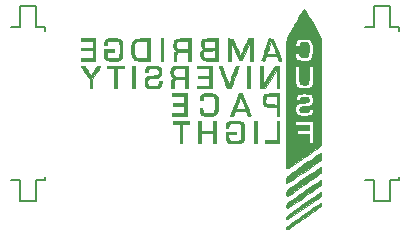
<source format=gbo>
G04 #@! TF.FileFunction,Legend,Bot*
%FSLAX46Y46*%
G04 Gerber Fmt 4.6, Leading zero omitted, Abs format (unit mm)*
G04 Created by KiCad (PCBNEW 4.1.0-alpha+201605071002+6776~44~ubuntu14.04.1-product) date Sun 03 Jul 2016 02:58:02 BST*
%MOMM*%
%LPD*%
G01*
G04 APERTURE LIST*
%ADD10C,0.100000*%
%ADD11C,0.150000*%
%ADD12C,0.010000*%
%ADD13R,2.220000X0.740000*%
%ADD14C,1.200000*%
G04 APERTURE END LIST*
D10*
D11*
X83550000Y-106465000D02*
X84315000Y-106465000D01*
X84315000Y-106465000D02*
X84315000Y-108245000D01*
X84315000Y-108245000D02*
X85685000Y-108245000D01*
X85685000Y-108245000D02*
X85685000Y-106465000D01*
X85685000Y-106465000D02*
X86450000Y-106465000D01*
X86450000Y-106465000D02*
X86450000Y-106165000D01*
X86450000Y-93835000D02*
X86450000Y-93535000D01*
X86450000Y-93535000D02*
X85685000Y-93535000D01*
X85685000Y-93535000D02*
X85685000Y-91755000D01*
X85685000Y-91755000D02*
X84315000Y-91755000D01*
X84315000Y-91755000D02*
X84315000Y-93535000D01*
X84315000Y-93535000D02*
X83550000Y-93535000D01*
X113550000Y-106465000D02*
X114315000Y-106465000D01*
X114315000Y-106465000D02*
X114315000Y-108245000D01*
X114315000Y-108245000D02*
X115685000Y-108245000D01*
X115685000Y-108245000D02*
X115685000Y-106465000D01*
X115685000Y-106465000D02*
X116450000Y-106465000D01*
X116450000Y-106465000D02*
X116450000Y-106165000D01*
X116450000Y-93835000D02*
X116450000Y-93535000D01*
X116450000Y-93535000D02*
X115685000Y-93535000D01*
X115685000Y-93535000D02*
X115685000Y-91755000D01*
X115685000Y-91755000D02*
X114315000Y-91755000D01*
X114315000Y-91755000D02*
X114315000Y-93535000D01*
X114315000Y-93535000D02*
X113550000Y-93535000D01*
D12*
G36*
X109766746Y-108429605D02*
X109685442Y-108479704D01*
X109564060Y-108558223D01*
X109408517Y-108661089D01*
X109224731Y-108784226D01*
X109018620Y-108923561D01*
X108796102Y-109075019D01*
X108563093Y-109234527D01*
X108325513Y-109398010D01*
X108089277Y-109561395D01*
X107860305Y-109720607D01*
X107644514Y-109871572D01*
X107447820Y-110010216D01*
X107276143Y-110132464D01*
X107135400Y-110234244D01*
X107031508Y-110311480D01*
X106970385Y-110360098D01*
X106963790Y-110366051D01*
X106891248Y-110466783D01*
X106875500Y-110541941D01*
X106892938Y-110612282D01*
X106946104Y-110633818D01*
X107036275Y-110606377D01*
X107164731Y-110529792D01*
X107210460Y-110497544D01*
X107276864Y-110450318D01*
X107389038Y-110371609D01*
X107540455Y-110265953D01*
X107724589Y-110137886D01*
X107934915Y-109991943D01*
X108164906Y-109832660D01*
X108408035Y-109664574D01*
X108542375Y-109571824D01*
X108785283Y-109403745D01*
X109014565Y-109244229D01*
X109224362Y-109097414D01*
X109408816Y-108967438D01*
X109562068Y-108858440D01*
X109678261Y-108774559D01*
X109751535Y-108719933D01*
X109772688Y-108702714D01*
X109829417Y-108628503D01*
X109859796Y-108545162D01*
X109862046Y-108470285D01*
X109834394Y-108421467D01*
X109802055Y-108412000D01*
X109766746Y-108429605D01*
X109766746Y-108429605D01*
G37*
X109766746Y-108429605D02*
X109685442Y-108479704D01*
X109564060Y-108558223D01*
X109408517Y-108661089D01*
X109224731Y-108784226D01*
X109018620Y-108923561D01*
X108796102Y-109075019D01*
X108563093Y-109234527D01*
X108325513Y-109398010D01*
X108089277Y-109561395D01*
X107860305Y-109720607D01*
X107644514Y-109871572D01*
X107447820Y-110010216D01*
X107276143Y-110132464D01*
X107135400Y-110234244D01*
X107031508Y-110311480D01*
X106970385Y-110360098D01*
X106963790Y-110366051D01*
X106891248Y-110466783D01*
X106875500Y-110541941D01*
X106892938Y-110612282D01*
X106946104Y-110633818D01*
X107036275Y-110606377D01*
X107164731Y-110529792D01*
X107210460Y-110497544D01*
X107276864Y-110450318D01*
X107389038Y-110371609D01*
X107540455Y-110265953D01*
X107724589Y-110137886D01*
X107934915Y-109991943D01*
X108164906Y-109832660D01*
X108408035Y-109664574D01*
X108542375Y-109571824D01*
X108785283Y-109403745D01*
X109014565Y-109244229D01*
X109224362Y-109097414D01*
X109408816Y-108967438D01*
X109562068Y-108858440D01*
X109678261Y-108774559D01*
X109751535Y-108719933D01*
X109772688Y-108702714D01*
X109829417Y-108628503D01*
X109859796Y-108545162D01*
X109862046Y-108470285D01*
X109834394Y-108421467D01*
X109802055Y-108412000D01*
X109766746Y-108429605D01*
G36*
X109773151Y-107508983D02*
X109690766Y-107559461D01*
X109568413Y-107638601D01*
X109411974Y-107742322D01*
X109227331Y-107866541D01*
X109020366Y-108007176D01*
X108796959Y-108160144D01*
X108562992Y-108321364D01*
X108324346Y-108486753D01*
X108086904Y-108652229D01*
X107856547Y-108813709D01*
X107639155Y-108967111D01*
X107440612Y-109108354D01*
X107266797Y-109233354D01*
X107123592Y-109338031D01*
X107016880Y-109418300D01*
X106952541Y-109470080D01*
X106937415Y-109484851D01*
X106892331Y-109571052D01*
X106880089Y-109659578D01*
X106899518Y-109731386D01*
X106949444Y-109767432D01*
X106954875Y-109768217D01*
X106995308Y-109751635D01*
X107084290Y-109699944D01*
X107218829Y-109615119D01*
X107395931Y-109499140D01*
X107612602Y-109353985D01*
X107865850Y-109181632D01*
X108152682Y-108984059D01*
X108373012Y-108830997D01*
X108635943Y-108647497D01*
X108884569Y-108473482D01*
X109113726Y-108312598D01*
X109318249Y-108168497D01*
X109492974Y-108044825D01*
X109632738Y-107945234D01*
X109732376Y-107873371D01*
X109786724Y-107832885D01*
X109793825Y-107827046D01*
X109834942Y-107764412D01*
X109858510Y-107679566D01*
X109863584Y-107592489D01*
X109849222Y-107523161D01*
X109814478Y-107491565D01*
X109809688Y-107491250D01*
X109773151Y-107508983D01*
X109773151Y-107508983D01*
G37*
X109773151Y-107508983D02*
X109690766Y-107559461D01*
X109568413Y-107638601D01*
X109411974Y-107742322D01*
X109227331Y-107866541D01*
X109020366Y-108007176D01*
X108796959Y-108160144D01*
X108562992Y-108321364D01*
X108324346Y-108486753D01*
X108086904Y-108652229D01*
X107856547Y-108813709D01*
X107639155Y-108967111D01*
X107440612Y-109108354D01*
X107266797Y-109233354D01*
X107123592Y-109338031D01*
X107016880Y-109418300D01*
X106952541Y-109470080D01*
X106937415Y-109484851D01*
X106892331Y-109571052D01*
X106880089Y-109659578D01*
X106899518Y-109731386D01*
X106949444Y-109767432D01*
X106954875Y-109768217D01*
X106995308Y-109751635D01*
X107084290Y-109699944D01*
X107218829Y-109615119D01*
X107395931Y-109499140D01*
X107612602Y-109353985D01*
X107865850Y-109181632D01*
X108152682Y-108984059D01*
X108373012Y-108830997D01*
X108635943Y-108647497D01*
X108884569Y-108473482D01*
X109113726Y-108312598D01*
X109318249Y-108168497D01*
X109492974Y-108044825D01*
X109632738Y-107945234D01*
X109732376Y-107873371D01*
X109786724Y-107832885D01*
X109793825Y-107827046D01*
X109834942Y-107764412D01*
X109858510Y-107679566D01*
X109863584Y-107592489D01*
X109849222Y-107523161D01*
X109814478Y-107491565D01*
X109809688Y-107491250D01*
X109773151Y-107508983D01*
G36*
X109766509Y-106483936D02*
X109738166Y-106495906D01*
X109696346Y-106518744D01*
X109636958Y-106555127D01*
X109555910Y-106607734D01*
X109449110Y-106679247D01*
X109312467Y-106772343D01*
X109141889Y-106889701D01*
X108933286Y-107034002D01*
X108682565Y-107207924D01*
X108385634Y-107414148D01*
X108233582Y-107519775D01*
X107900640Y-107752106D01*
X107619183Y-107950812D01*
X107387593Y-108117090D01*
X107204253Y-108252136D01*
X107067548Y-108357148D01*
X106975860Y-108433323D01*
X106927573Y-108481857D01*
X106921262Y-108491293D01*
X106886709Y-108589500D01*
X106877745Y-108692525D01*
X106892606Y-108781643D01*
X106929528Y-108838127D01*
X106954875Y-108848186D01*
X106996075Y-108831776D01*
X107086102Y-108779917D01*
X107222312Y-108694351D01*
X107402060Y-108576817D01*
X107622703Y-108429055D01*
X107881597Y-108252805D01*
X108176097Y-108049807D01*
X108320125Y-107949784D01*
X108580108Y-107768601D01*
X108827561Y-107595679D01*
X109056921Y-107434938D01*
X109262623Y-107290300D01*
X109439100Y-107165687D01*
X109580790Y-107065020D01*
X109682126Y-106992222D01*
X109737543Y-106951213D01*
X109740938Y-106948539D01*
X109810244Y-106887937D01*
X109845665Y-106833192D01*
X109858465Y-106758811D01*
X109860000Y-106679132D01*
X109853992Y-106566146D01*
X109834098Y-106504531D01*
X109811589Y-106486429D01*
X109799129Y-106481876D01*
X109785466Y-106480152D01*
X109766509Y-106483936D01*
X109766509Y-106483936D01*
G37*
X109766509Y-106483936D02*
X109738166Y-106495906D01*
X109696346Y-106518744D01*
X109636958Y-106555127D01*
X109555910Y-106607734D01*
X109449110Y-106679247D01*
X109312467Y-106772343D01*
X109141889Y-106889701D01*
X108933286Y-107034002D01*
X108682565Y-107207924D01*
X108385634Y-107414148D01*
X108233582Y-107519775D01*
X107900640Y-107752106D01*
X107619183Y-107950812D01*
X107387593Y-108117090D01*
X107204253Y-108252136D01*
X107067548Y-108357148D01*
X106975860Y-108433323D01*
X106927573Y-108481857D01*
X106921262Y-108491293D01*
X106886709Y-108589500D01*
X106877745Y-108692525D01*
X106892606Y-108781643D01*
X106929528Y-108838127D01*
X106954875Y-108848186D01*
X106996075Y-108831776D01*
X107086102Y-108779917D01*
X107222312Y-108694351D01*
X107402060Y-108576817D01*
X107622703Y-108429055D01*
X107881597Y-108252805D01*
X108176097Y-108049807D01*
X108320125Y-107949784D01*
X108580108Y-107768601D01*
X108827561Y-107595679D01*
X109056921Y-107434938D01*
X109262623Y-107290300D01*
X109439100Y-107165687D01*
X109580790Y-107065020D01*
X109682126Y-106992222D01*
X109737543Y-106951213D01*
X109740938Y-106948539D01*
X109810244Y-106887937D01*
X109845665Y-106833192D01*
X109858465Y-106758811D01*
X109860000Y-106679132D01*
X109853992Y-106566146D01*
X109834098Y-106504531D01*
X109811589Y-106486429D01*
X109799129Y-106481876D01*
X109785466Y-106480152D01*
X109766509Y-106483936D01*
G36*
X109750469Y-105385271D02*
X109665510Y-105433706D01*
X109540394Y-105511706D01*
X109380856Y-105615565D01*
X109192630Y-105741579D01*
X108981450Y-105886042D01*
X108852912Y-105975286D01*
X108613328Y-106142396D01*
X108363726Y-106316323D01*
X108115798Y-106488933D01*
X107881235Y-106652091D01*
X107671729Y-106797662D01*
X107498971Y-106917511D01*
X107454836Y-106948079D01*
X107293973Y-107061262D01*
X107150304Y-107165804D01*
X107032445Y-107255156D01*
X106949008Y-107322771D01*
X106908607Y-107362100D01*
X106907149Y-107364440D01*
X106883668Y-107441165D01*
X106874088Y-107542561D01*
X106877498Y-107647753D01*
X106892985Y-107735866D01*
X106919637Y-107786024D01*
X106925722Y-107789478D01*
X106969651Y-107803375D01*
X107008447Y-107800588D01*
X107060045Y-107774807D01*
X107142383Y-107719723D01*
X107161250Y-107706627D01*
X107603371Y-107399240D01*
X107995917Y-107126005D01*
X108341583Y-106885011D01*
X108643060Y-106674347D01*
X108903040Y-106492102D01*
X109124216Y-106336366D01*
X109309280Y-106205226D01*
X109460923Y-106096772D01*
X109581839Y-106009094D01*
X109674720Y-105940279D01*
X109742257Y-105888416D01*
X109787143Y-105851596D01*
X109812070Y-105827906D01*
X109817393Y-105821172D01*
X109845344Y-105746292D01*
X109857347Y-105645527D01*
X109854607Y-105538373D01*
X109838327Y-105444324D01*
X109809712Y-105382874D01*
X109789537Y-105370105D01*
X109750469Y-105385271D01*
X109750469Y-105385271D01*
G37*
X109750469Y-105385271D02*
X109665510Y-105433706D01*
X109540394Y-105511706D01*
X109380856Y-105615565D01*
X109192630Y-105741579D01*
X108981450Y-105886042D01*
X108852912Y-105975286D01*
X108613328Y-106142396D01*
X108363726Y-106316323D01*
X108115798Y-106488933D01*
X107881235Y-106652091D01*
X107671729Y-106797662D01*
X107498971Y-106917511D01*
X107454836Y-106948079D01*
X107293973Y-107061262D01*
X107150304Y-107165804D01*
X107032445Y-107255156D01*
X106949008Y-107322771D01*
X106908607Y-107362100D01*
X106907149Y-107364440D01*
X106883668Y-107441165D01*
X106874088Y-107542561D01*
X106877498Y-107647753D01*
X106892985Y-107735866D01*
X106919637Y-107786024D01*
X106925722Y-107789478D01*
X106969651Y-107803375D01*
X107008447Y-107800588D01*
X107060045Y-107774807D01*
X107142383Y-107719723D01*
X107161250Y-107706627D01*
X107603371Y-107399240D01*
X107995917Y-107126005D01*
X108341583Y-106885011D01*
X108643060Y-106674347D01*
X108903040Y-106492102D01*
X109124216Y-106336366D01*
X109309280Y-106205226D01*
X109460923Y-106096772D01*
X109581839Y-106009094D01*
X109674720Y-105940279D01*
X109742257Y-105888416D01*
X109787143Y-105851596D01*
X109812070Y-105827906D01*
X109817393Y-105821172D01*
X109845344Y-105746292D01*
X109857347Y-105645527D01*
X109854607Y-105538373D01*
X109838327Y-105444324D01*
X109809712Y-105382874D01*
X109789537Y-105370105D01*
X109750469Y-105385271D01*
G36*
X109772688Y-104195954D02*
X109730564Y-104216366D01*
X109642702Y-104269327D01*
X109515170Y-104350662D01*
X109354033Y-104456198D01*
X109165357Y-104581759D01*
X108955210Y-104723172D01*
X108729658Y-104876261D01*
X108494766Y-105036853D01*
X108256603Y-105200772D01*
X108021232Y-105363845D01*
X107794723Y-105521896D01*
X107583139Y-105670753D01*
X107392549Y-105806239D01*
X107229019Y-105924180D01*
X107098614Y-106020403D01*
X107007401Y-106090732D01*
X106962813Y-106129507D01*
X106913712Y-106189900D01*
X106887304Y-106253073D01*
X106876882Y-106341774D01*
X106875500Y-106425529D01*
X106880005Y-106575596D01*
X106894883Y-106670741D01*
X106922181Y-106718995D01*
X106952868Y-106729250D01*
X106985934Y-106711672D01*
X107065922Y-106661257D01*
X107187663Y-106581479D01*
X107345985Y-106475812D01*
X107535720Y-106347731D01*
X107751696Y-106200710D01*
X107988744Y-106038225D01*
X108241694Y-105863751D01*
X108275034Y-105840675D01*
X108534905Y-105660241D01*
X108783338Y-105486790D01*
X109014519Y-105324449D01*
X109222636Y-105177341D01*
X109401875Y-105049594D01*
X109546422Y-104945332D01*
X109650464Y-104868681D01*
X109708187Y-104823766D01*
X109709188Y-104822913D01*
X109860000Y-104693726D01*
X109860000Y-104182042D01*
X109772688Y-104195954D01*
X109772688Y-104195954D01*
G37*
X109772688Y-104195954D02*
X109730564Y-104216366D01*
X109642702Y-104269327D01*
X109515170Y-104350662D01*
X109354033Y-104456198D01*
X109165357Y-104581759D01*
X108955210Y-104723172D01*
X108729658Y-104876261D01*
X108494766Y-105036853D01*
X108256603Y-105200772D01*
X108021232Y-105363845D01*
X107794723Y-105521896D01*
X107583139Y-105670753D01*
X107392549Y-105806239D01*
X107229019Y-105924180D01*
X107098614Y-106020403D01*
X107007401Y-106090732D01*
X106962813Y-106129507D01*
X106913712Y-106189900D01*
X106887304Y-106253073D01*
X106876882Y-106341774D01*
X106875500Y-106425529D01*
X106880005Y-106575596D01*
X106894883Y-106670741D01*
X106922181Y-106718995D01*
X106952868Y-106729250D01*
X106985934Y-106711672D01*
X107065922Y-106661257D01*
X107187663Y-106581479D01*
X107345985Y-106475812D01*
X107535720Y-106347731D01*
X107751696Y-106200710D01*
X107988744Y-106038225D01*
X108241694Y-105863751D01*
X108275034Y-105840675D01*
X108534905Y-105660241D01*
X108783338Y-105486790D01*
X109014519Y-105324449D01*
X109222636Y-105177341D01*
X109401875Y-105049594D01*
X109546422Y-104945332D01*
X109650464Y-104868681D01*
X109708187Y-104823766D01*
X109709188Y-104822913D01*
X109860000Y-104693726D01*
X109860000Y-104182042D01*
X109772688Y-104195954D01*
G36*
X108345802Y-92018264D02*
X108296605Y-92082676D01*
X108223792Y-92192539D01*
X108126090Y-92349908D01*
X108002227Y-92556836D01*
X107850930Y-92815378D01*
X107670928Y-93127586D01*
X107652505Y-93159735D01*
X107507939Y-93413144D01*
X107371522Y-93654239D01*
X107246912Y-93876407D01*
X107137771Y-94073035D01*
X107047757Y-94237512D01*
X106980531Y-94363225D01*
X106939754Y-94443563D01*
X106930972Y-94463240D01*
X106923909Y-94483729D01*
X106917479Y-94509665D01*
X106911657Y-94543911D01*
X106906420Y-94589331D01*
X106901742Y-94648789D01*
X106897600Y-94725149D01*
X106893968Y-94821275D01*
X106890823Y-94940030D01*
X106888139Y-95084278D01*
X106885894Y-95256883D01*
X106884061Y-95460709D01*
X106882616Y-95698619D01*
X106881536Y-95973477D01*
X106880795Y-96288148D01*
X106880369Y-96645494D01*
X106880234Y-97048380D01*
X106880365Y-97499670D01*
X106880738Y-98002226D01*
X106881329Y-98558914D01*
X106882112Y-99172597D01*
X106883063Y-99846138D01*
X106883347Y-100039692D01*
X106891375Y-105475125D01*
X106970750Y-105480748D01*
X107006360Y-105470566D01*
X107073722Y-105435935D01*
X107175491Y-105375112D01*
X107314320Y-105286350D01*
X107492863Y-105167908D01*
X107713774Y-105018039D01*
X107979708Y-104835000D01*
X108293318Y-104617046D01*
X108428804Y-104522426D01*
X108692515Y-104337512D01*
X108940669Y-104162478D01*
X109168342Y-104000868D01*
X109370607Y-103856229D01*
X109542538Y-103732105D01*
X109679210Y-103632042D01*
X109775696Y-103559585D01*
X109827071Y-103518280D01*
X109834066Y-103510979D01*
X109837143Y-103474153D01*
X109840003Y-103377453D01*
X109842634Y-103224506D01*
X109845019Y-103018938D01*
X109847145Y-102764376D01*
X109848997Y-102464446D01*
X109850559Y-102122774D01*
X109851818Y-101742986D01*
X109852463Y-101458750D01*
X109161500Y-101458750D01*
X109161500Y-103332000D01*
X108780500Y-103332000D01*
X108780500Y-102570000D01*
X107796250Y-102570000D01*
X107796250Y-102252500D01*
X108780500Y-102252500D01*
X108780500Y-101776250D01*
X107637500Y-101776250D01*
X107637500Y-101458750D01*
X109161500Y-101458750D01*
X109852463Y-101458750D01*
X109852759Y-101328709D01*
X109853367Y-100883569D01*
X109853628Y-100411193D01*
X109853628Y-100411000D01*
X109169681Y-100411000D01*
X109147964Y-100574715D01*
X109128744Y-100672431D01*
X109099317Y-100773895D01*
X109066405Y-100860141D01*
X109036733Y-100912205D01*
X109025748Y-100919478D01*
X108994560Y-100929760D01*
X108924650Y-100955027D01*
X108891625Y-100967252D01*
X108796225Y-100988699D01*
X108657406Y-101002384D01*
X108491472Y-101008577D01*
X108314730Y-101007549D01*
X108143484Y-100999568D01*
X107994039Y-100984907D01*
X107882701Y-100963835D01*
X107844165Y-100949886D01*
X107760667Y-100886192D01*
X107701290Y-100807585D01*
X107673794Y-100715178D01*
X107657645Y-100583701D01*
X107652942Y-100434768D01*
X107659788Y-100289990D01*
X107678284Y-100170979D01*
X107698040Y-100114906D01*
X107754630Y-100048568D01*
X107849744Y-99995948D01*
X107990063Y-99954905D01*
X108182268Y-99923296D01*
X108350870Y-99905671D01*
X108515382Y-99889047D01*
X108627138Y-99871663D01*
X108696864Y-99851144D01*
X108735283Y-99825113D01*
X108739808Y-99819513D01*
X108775348Y-99724497D01*
X108773126Y-99610035D01*
X108734799Y-99506463D01*
X108721717Y-99488190D01*
X108685461Y-99451764D01*
X108638715Y-99429736D01*
X108565516Y-99418380D01*
X108449901Y-99413965D01*
X108401529Y-99413412D01*
X108244414Y-99418445D01*
X108140332Y-99440136D01*
X108079856Y-99483692D01*
X108053560Y-99554319D01*
X108050250Y-99607443D01*
X108045452Y-99647846D01*
X108021253Y-99669830D01*
X107962953Y-99678947D01*
X107856145Y-99680750D01*
X107662040Y-99680750D01*
X107683995Y-99529937D01*
X107714361Y-99392277D01*
X107765256Y-99288679D01*
X107844555Y-99214810D01*
X107960138Y-99166336D01*
X108119883Y-99138925D01*
X108331667Y-99128244D01*
X108415375Y-99127652D01*
X108651022Y-99134971D01*
X108831169Y-99159929D01*
X108962534Y-99207448D01*
X109051830Y-99282450D01*
X109105772Y-99389858D01*
X109131077Y-99534592D01*
X109135353Y-99655376D01*
X109127724Y-99827630D01*
X109099482Y-99956636D01*
X109042597Y-100049737D01*
X108949040Y-100114272D01*
X108810781Y-100157581D01*
X108619789Y-100187006D01*
X108545284Y-100194779D01*
X108355935Y-100214202D01*
X108220029Y-100232102D01*
X108127673Y-100251488D01*
X108068970Y-100275368D01*
X108034026Y-100306752D01*
X108012948Y-100348648D01*
X108009837Y-100357616D01*
X107995130Y-100452072D01*
X108000919Y-100555930D01*
X108001120Y-100557014D01*
X108027284Y-100633500D01*
X108078703Y-100684278D01*
X108165899Y-100713879D01*
X108299393Y-100726831D01*
X108399500Y-100728500D01*
X108560099Y-100723830D01*
X108668795Y-100706266D01*
X108736731Y-100670471D01*
X108775052Y-100611113D01*
X108792296Y-100540479D01*
X108813001Y-100411000D01*
X109169681Y-100411000D01*
X109853628Y-100411000D01*
X109853526Y-99915206D01*
X109853048Y-99399235D01*
X109852387Y-98976551D01*
X109848394Y-96807375D01*
X109145625Y-96807375D01*
X109145625Y-97569375D01*
X109145251Y-97811903D01*
X109143709Y-97999760D01*
X109140367Y-98141774D01*
X109134595Y-98246771D01*
X109125764Y-98323579D01*
X109113241Y-98381023D01*
X109096398Y-98427932D01*
X109082125Y-98458375D01*
X109017702Y-98551813D01*
X108926416Y-98618906D01*
X108800050Y-98662218D01*
X108630384Y-98684314D01*
X108409198Y-98687759D01*
X108351875Y-98686239D01*
X108143942Y-98673861D01*
X107984464Y-98652322D01*
X107885672Y-98624694D01*
X107819734Y-98593038D01*
X107767547Y-98556104D01*
X107727389Y-98506455D01*
X107697542Y-98436658D01*
X107676286Y-98339277D01*
X107661902Y-98206878D01*
X107652669Y-98032025D01*
X107646868Y-97807285D01*
X107643426Y-97577312D01*
X107633476Y-96791500D01*
X107982458Y-96791500D01*
X107992542Y-97524605D01*
X107995918Y-97758586D01*
X107999366Y-97937340D01*
X108003771Y-98069136D01*
X108010018Y-98162241D01*
X108018994Y-98224924D01*
X108031585Y-98265452D01*
X108048676Y-98292095D01*
X108071153Y-98313118D01*
X108077580Y-98318355D01*
X108133652Y-98351606D01*
X108210660Y-98370490D01*
X108325745Y-98378260D01*
X108396950Y-98379000D01*
X108507436Y-98379296D01*
X108593223Y-98375431D01*
X108657602Y-98360271D01*
X108703867Y-98326683D01*
X108735312Y-98267534D01*
X108755228Y-98175691D01*
X108766909Y-98044020D01*
X108773648Y-97865389D01*
X108778737Y-97632665D01*
X108780500Y-97548176D01*
X108796375Y-96807375D01*
X109145625Y-96807375D01*
X109848394Y-96807375D01*
X109845619Y-95300718D01*
X109157772Y-95300718D01*
X109142515Y-95616908D01*
X109133647Y-95705727D01*
X109104050Y-95918190D01*
X109064099Y-96076450D01*
X109007530Y-96189671D01*
X108928080Y-96267020D01*
X108819487Y-96317661D01*
X108695179Y-96347350D01*
X108583318Y-96358759D01*
X108436945Y-96361979D01*
X108275533Y-96357908D01*
X108118557Y-96347448D01*
X107985492Y-96331498D01*
X107895812Y-96310957D01*
X107894147Y-96310337D01*
X107808120Y-96264178D01*
X107741174Y-96212807D01*
X107702869Y-96169466D01*
X107675558Y-96114501D01*
X107655078Y-96033507D01*
X107637268Y-95912077D01*
X107626278Y-95815187D01*
X107611793Y-95680250D01*
X107986750Y-95680250D01*
X107986750Y-95787857D01*
X108005324Y-95905381D01*
X108065426Y-95985163D01*
X108173627Y-96032924D01*
X108288980Y-96051058D01*
X108470652Y-96056906D01*
X108601242Y-96035551D01*
X108688153Y-95984519D01*
X108738791Y-95901337D01*
X108739021Y-95900676D01*
X108753400Y-95825519D01*
X108764368Y-95703360D01*
X108771704Y-95550612D01*
X108775188Y-95383694D01*
X108774600Y-95219020D01*
X108769721Y-95073007D01*
X108760330Y-94962072D01*
X108752185Y-94918250D01*
X108700340Y-94844484D01*
X108598011Y-94793733D01*
X108455014Y-94769099D01*
X108291625Y-94772597D01*
X108153465Y-94793590D01*
X108068585Y-94826998D01*
X108027097Y-94878714D01*
X108018500Y-94935415D01*
X108010581Y-95028137D01*
X107977976Y-95080763D01*
X107907412Y-95104031D01*
X107804287Y-95108750D01*
X107628617Y-95108750D01*
X107646774Y-94932817D01*
X107672414Y-94777305D01*
X107718003Y-94659499D01*
X107790988Y-94575006D01*
X107898814Y-94519430D01*
X108048929Y-94488378D01*
X108248778Y-94477455D01*
X108415375Y-94479241D01*
X108584424Y-94485291D01*
X108704334Y-94494214D01*
X108789467Y-94508393D01*
X108854182Y-94530210D01*
X108912235Y-94561672D01*
X109019166Y-94665312D01*
X109095879Y-94823788D01*
X109142154Y-95035967D01*
X109157772Y-95300718D01*
X109845619Y-95300718D01*
X109844125Y-94489625D01*
X109195933Y-93330750D01*
X109024580Y-93024550D01*
X108881316Y-92769194D01*
X108763291Y-92560069D01*
X108667658Y-92392562D01*
X108591570Y-92262061D01*
X108532179Y-92163953D01*
X108486637Y-92093627D01*
X108452098Y-92046471D01*
X108425713Y-92017871D01*
X108404635Y-92003216D01*
X108386017Y-91997893D01*
X108372655Y-91997250D01*
X108345802Y-92018264D01*
X108345802Y-92018264D01*
G37*
X108345802Y-92018264D02*
X108296605Y-92082676D01*
X108223792Y-92192539D01*
X108126090Y-92349908D01*
X108002227Y-92556836D01*
X107850930Y-92815378D01*
X107670928Y-93127586D01*
X107652505Y-93159735D01*
X107507939Y-93413144D01*
X107371522Y-93654239D01*
X107246912Y-93876407D01*
X107137771Y-94073035D01*
X107047757Y-94237512D01*
X106980531Y-94363225D01*
X106939754Y-94443563D01*
X106930972Y-94463240D01*
X106923909Y-94483729D01*
X106917479Y-94509665D01*
X106911657Y-94543911D01*
X106906420Y-94589331D01*
X106901742Y-94648789D01*
X106897600Y-94725149D01*
X106893968Y-94821275D01*
X106890823Y-94940030D01*
X106888139Y-95084278D01*
X106885894Y-95256883D01*
X106884061Y-95460709D01*
X106882616Y-95698619D01*
X106881536Y-95973477D01*
X106880795Y-96288148D01*
X106880369Y-96645494D01*
X106880234Y-97048380D01*
X106880365Y-97499670D01*
X106880738Y-98002226D01*
X106881329Y-98558914D01*
X106882112Y-99172597D01*
X106883063Y-99846138D01*
X106883347Y-100039692D01*
X106891375Y-105475125D01*
X106970750Y-105480748D01*
X107006360Y-105470566D01*
X107073722Y-105435935D01*
X107175491Y-105375112D01*
X107314320Y-105286350D01*
X107492863Y-105167908D01*
X107713774Y-105018039D01*
X107979708Y-104835000D01*
X108293318Y-104617046D01*
X108428804Y-104522426D01*
X108692515Y-104337512D01*
X108940669Y-104162478D01*
X109168342Y-104000868D01*
X109370607Y-103856229D01*
X109542538Y-103732105D01*
X109679210Y-103632042D01*
X109775696Y-103559585D01*
X109827071Y-103518280D01*
X109834066Y-103510979D01*
X109837143Y-103474153D01*
X109840003Y-103377453D01*
X109842634Y-103224506D01*
X109845019Y-103018938D01*
X109847145Y-102764376D01*
X109848997Y-102464446D01*
X109850559Y-102122774D01*
X109851818Y-101742986D01*
X109852463Y-101458750D01*
X109161500Y-101458750D01*
X109161500Y-103332000D01*
X108780500Y-103332000D01*
X108780500Y-102570000D01*
X107796250Y-102570000D01*
X107796250Y-102252500D01*
X108780500Y-102252500D01*
X108780500Y-101776250D01*
X107637500Y-101776250D01*
X107637500Y-101458750D01*
X109161500Y-101458750D01*
X109852463Y-101458750D01*
X109852759Y-101328709D01*
X109853367Y-100883569D01*
X109853628Y-100411193D01*
X109853628Y-100411000D01*
X109169681Y-100411000D01*
X109147964Y-100574715D01*
X109128744Y-100672431D01*
X109099317Y-100773895D01*
X109066405Y-100860141D01*
X109036733Y-100912205D01*
X109025748Y-100919478D01*
X108994560Y-100929760D01*
X108924650Y-100955027D01*
X108891625Y-100967252D01*
X108796225Y-100988699D01*
X108657406Y-101002384D01*
X108491472Y-101008577D01*
X108314730Y-101007549D01*
X108143484Y-100999568D01*
X107994039Y-100984907D01*
X107882701Y-100963835D01*
X107844165Y-100949886D01*
X107760667Y-100886192D01*
X107701290Y-100807585D01*
X107673794Y-100715178D01*
X107657645Y-100583701D01*
X107652942Y-100434768D01*
X107659788Y-100289990D01*
X107678284Y-100170979D01*
X107698040Y-100114906D01*
X107754630Y-100048568D01*
X107849744Y-99995948D01*
X107990063Y-99954905D01*
X108182268Y-99923296D01*
X108350870Y-99905671D01*
X108515382Y-99889047D01*
X108627138Y-99871663D01*
X108696864Y-99851144D01*
X108735283Y-99825113D01*
X108739808Y-99819513D01*
X108775348Y-99724497D01*
X108773126Y-99610035D01*
X108734799Y-99506463D01*
X108721717Y-99488190D01*
X108685461Y-99451764D01*
X108638715Y-99429736D01*
X108565516Y-99418380D01*
X108449901Y-99413965D01*
X108401529Y-99413412D01*
X108244414Y-99418445D01*
X108140332Y-99440136D01*
X108079856Y-99483692D01*
X108053560Y-99554319D01*
X108050250Y-99607443D01*
X108045452Y-99647846D01*
X108021253Y-99669830D01*
X107962953Y-99678947D01*
X107856145Y-99680750D01*
X107662040Y-99680750D01*
X107683995Y-99529937D01*
X107714361Y-99392277D01*
X107765256Y-99288679D01*
X107844555Y-99214810D01*
X107960138Y-99166336D01*
X108119883Y-99138925D01*
X108331667Y-99128244D01*
X108415375Y-99127652D01*
X108651022Y-99134971D01*
X108831169Y-99159929D01*
X108962534Y-99207448D01*
X109051830Y-99282450D01*
X109105772Y-99389858D01*
X109131077Y-99534592D01*
X109135353Y-99655376D01*
X109127724Y-99827630D01*
X109099482Y-99956636D01*
X109042597Y-100049737D01*
X108949040Y-100114272D01*
X108810781Y-100157581D01*
X108619789Y-100187006D01*
X108545284Y-100194779D01*
X108355935Y-100214202D01*
X108220029Y-100232102D01*
X108127673Y-100251488D01*
X108068970Y-100275368D01*
X108034026Y-100306752D01*
X108012948Y-100348648D01*
X108009837Y-100357616D01*
X107995130Y-100452072D01*
X108000919Y-100555930D01*
X108001120Y-100557014D01*
X108027284Y-100633500D01*
X108078703Y-100684278D01*
X108165899Y-100713879D01*
X108299393Y-100726831D01*
X108399500Y-100728500D01*
X108560099Y-100723830D01*
X108668795Y-100706266D01*
X108736731Y-100670471D01*
X108775052Y-100611113D01*
X108792296Y-100540479D01*
X108813001Y-100411000D01*
X109169681Y-100411000D01*
X109853628Y-100411000D01*
X109853526Y-99915206D01*
X109853048Y-99399235D01*
X109852387Y-98976551D01*
X109848394Y-96807375D01*
X109145625Y-96807375D01*
X109145625Y-97569375D01*
X109145251Y-97811903D01*
X109143709Y-97999760D01*
X109140367Y-98141774D01*
X109134595Y-98246771D01*
X109125764Y-98323579D01*
X109113241Y-98381023D01*
X109096398Y-98427932D01*
X109082125Y-98458375D01*
X109017702Y-98551813D01*
X108926416Y-98618906D01*
X108800050Y-98662218D01*
X108630384Y-98684314D01*
X108409198Y-98687759D01*
X108351875Y-98686239D01*
X108143942Y-98673861D01*
X107984464Y-98652322D01*
X107885672Y-98624694D01*
X107819734Y-98593038D01*
X107767547Y-98556104D01*
X107727389Y-98506455D01*
X107697542Y-98436658D01*
X107676286Y-98339277D01*
X107661902Y-98206878D01*
X107652669Y-98032025D01*
X107646868Y-97807285D01*
X107643426Y-97577312D01*
X107633476Y-96791500D01*
X107982458Y-96791500D01*
X107992542Y-97524605D01*
X107995918Y-97758586D01*
X107999366Y-97937340D01*
X108003771Y-98069136D01*
X108010018Y-98162241D01*
X108018994Y-98224924D01*
X108031585Y-98265452D01*
X108048676Y-98292095D01*
X108071153Y-98313118D01*
X108077580Y-98318355D01*
X108133652Y-98351606D01*
X108210660Y-98370490D01*
X108325745Y-98378260D01*
X108396950Y-98379000D01*
X108507436Y-98379296D01*
X108593223Y-98375431D01*
X108657602Y-98360271D01*
X108703867Y-98326683D01*
X108735312Y-98267534D01*
X108755228Y-98175691D01*
X108766909Y-98044020D01*
X108773648Y-97865389D01*
X108778737Y-97632665D01*
X108780500Y-97548176D01*
X108796375Y-96807375D01*
X109145625Y-96807375D01*
X109848394Y-96807375D01*
X109845619Y-95300718D01*
X109157772Y-95300718D01*
X109142515Y-95616908D01*
X109133647Y-95705727D01*
X109104050Y-95918190D01*
X109064099Y-96076450D01*
X109007530Y-96189671D01*
X108928080Y-96267020D01*
X108819487Y-96317661D01*
X108695179Y-96347350D01*
X108583318Y-96358759D01*
X108436945Y-96361979D01*
X108275533Y-96357908D01*
X108118557Y-96347448D01*
X107985492Y-96331498D01*
X107895812Y-96310957D01*
X107894147Y-96310337D01*
X107808120Y-96264178D01*
X107741174Y-96212807D01*
X107702869Y-96169466D01*
X107675558Y-96114501D01*
X107655078Y-96033507D01*
X107637268Y-95912077D01*
X107626278Y-95815187D01*
X107611793Y-95680250D01*
X107986750Y-95680250D01*
X107986750Y-95787857D01*
X108005324Y-95905381D01*
X108065426Y-95985163D01*
X108173627Y-96032924D01*
X108288980Y-96051058D01*
X108470652Y-96056906D01*
X108601242Y-96035551D01*
X108688153Y-95984519D01*
X108738791Y-95901337D01*
X108739021Y-95900676D01*
X108753400Y-95825519D01*
X108764368Y-95703360D01*
X108771704Y-95550612D01*
X108775188Y-95383694D01*
X108774600Y-95219020D01*
X108769721Y-95073007D01*
X108760330Y-94962072D01*
X108752185Y-94918250D01*
X108700340Y-94844484D01*
X108598011Y-94793733D01*
X108455014Y-94769099D01*
X108291625Y-94772597D01*
X108153465Y-94793590D01*
X108068585Y-94826998D01*
X108027097Y-94878714D01*
X108018500Y-94935415D01*
X108010581Y-95028137D01*
X107977976Y-95080763D01*
X107907412Y-95104031D01*
X107804287Y-95108750D01*
X107628617Y-95108750D01*
X107646774Y-94932817D01*
X107672414Y-94777305D01*
X107718003Y-94659499D01*
X107790988Y-94575006D01*
X107898814Y-94519430D01*
X108048929Y-94488378D01*
X108248778Y-94477455D01*
X108415375Y-94479241D01*
X108584424Y-94485291D01*
X108704334Y-94494214D01*
X108789467Y-94508393D01*
X108854182Y-94530210D01*
X108912235Y-94561672D01*
X109019166Y-94665312D01*
X109095879Y-94823788D01*
X109142154Y-95035967D01*
X109157772Y-95300718D01*
X109845619Y-95300718D01*
X109844125Y-94489625D01*
X109195933Y-93330750D01*
X109024580Y-93024550D01*
X108881316Y-92769194D01*
X108763291Y-92560069D01*
X108667658Y-92392562D01*
X108591570Y-92262061D01*
X108532179Y-92163953D01*
X108486637Y-92093627D01*
X108452098Y-92046471D01*
X108425713Y-92017871D01*
X108404635Y-92003216D01*
X108386017Y-91997893D01*
X108372655Y-91997250D01*
X108345802Y-92018264D01*
G36*
X106081750Y-103109750D02*
X105097500Y-103109750D01*
X105097500Y-103363750D01*
X106304000Y-103363750D01*
X106304000Y-101458750D01*
X106081750Y-101458750D01*
X106081750Y-103109750D01*
X106081750Y-103109750D01*
G37*
X106081750Y-103109750D02*
X105097500Y-103109750D01*
X105097500Y-103363750D01*
X106304000Y-103363750D01*
X106304000Y-101458750D01*
X106081750Y-101458750D01*
X106081750Y-103109750D01*
G36*
X104145000Y-103363750D02*
X104399000Y-103363750D01*
X104399000Y-101458750D01*
X104145000Y-101458750D01*
X104145000Y-103363750D01*
X104145000Y-103363750D01*
G37*
X104145000Y-103363750D02*
X104399000Y-103363750D01*
X104399000Y-101458750D01*
X104145000Y-101458750D01*
X104145000Y-103363750D01*
G36*
X102288113Y-101446351D02*
X102120475Y-101458423D01*
X101997883Y-101481555D01*
X101911256Y-101518214D01*
X101851516Y-101570864D01*
X101814280Y-101631739D01*
X101782186Y-101732824D01*
X101764781Y-101852737D01*
X101763750Y-101884235D01*
X101766090Y-101973273D01*
X101781364Y-102015903D01*
X101821958Y-102029219D01*
X101869554Y-102030250D01*
X101934094Y-102025892D01*
X101969873Y-102001827D01*
X101991711Y-101941565D01*
X102004492Y-101880129D01*
X102027410Y-101791569D01*
X102062838Y-101728675D01*
X102120578Y-101687530D01*
X102210432Y-101664217D01*
X102342203Y-101654820D01*
X102525693Y-101655420D01*
X102564643Y-101656280D01*
X102730091Y-101660415D01*
X102855862Y-101669111D01*
X102947390Y-101690136D01*
X103010104Y-101731257D01*
X103049436Y-101800243D01*
X103070818Y-101904863D01*
X103079680Y-102052886D01*
X103081454Y-102252079D01*
X103081375Y-102395375D01*
X103080993Y-102602571D01*
X103079188Y-102755837D01*
X103074972Y-102864743D01*
X103067356Y-102938856D01*
X103055354Y-102987745D01*
X103037975Y-103020979D01*
X103014234Y-103048127D01*
X103013939Y-103048422D01*
X102934314Y-103094129D01*
X102809995Y-103127365D01*
X102657374Y-103147749D01*
X102492843Y-103154901D01*
X102332794Y-103148437D01*
X102193619Y-103127977D01*
X102091711Y-103093138D01*
X102060271Y-103070627D01*
X102028072Y-103006750D01*
X102003523Y-102894747D01*
X101994147Y-102811547D01*
X101977307Y-102601750D01*
X102589250Y-102601750D01*
X102589250Y-102379500D01*
X101755760Y-102379500D01*
X101769752Y-102745055D01*
X101781455Y-102940928D01*
X101802627Y-103083713D01*
X101838299Y-103183669D01*
X101893503Y-103251051D01*
X101973268Y-103296118D01*
X102052475Y-103321507D01*
X102151479Y-103337968D01*
X102293946Y-103349576D01*
X102460515Y-103356056D01*
X102631825Y-103357134D01*
X102788517Y-103352537D01*
X102911230Y-103341992D01*
X102954375Y-103334263D01*
X103061356Y-103303501D01*
X103144152Y-103263863D01*
X103206013Y-103207324D01*
X103250192Y-103125862D01*
X103279939Y-103011455D01*
X103298505Y-102856077D01*
X103309142Y-102651708D01*
X103314147Y-102446409D01*
X103316807Y-102192893D01*
X103313113Y-101994446D01*
X103300898Y-101842778D01*
X103277992Y-101729595D01*
X103242227Y-101646607D01*
X103191434Y-101585521D01*
X103123446Y-101538045D01*
X103069458Y-101510766D01*
X102998387Y-101481818D01*
X102923674Y-101462322D01*
X102830758Y-101450513D01*
X102705080Y-101444624D01*
X102532078Y-101442888D01*
X102509875Y-101442875D01*
X102288113Y-101446351D01*
X102288113Y-101446351D01*
G37*
X102288113Y-101446351D02*
X102120475Y-101458423D01*
X101997883Y-101481555D01*
X101911256Y-101518214D01*
X101851516Y-101570864D01*
X101814280Y-101631739D01*
X101782186Y-101732824D01*
X101764781Y-101852737D01*
X101763750Y-101884235D01*
X101766090Y-101973273D01*
X101781364Y-102015903D01*
X101821958Y-102029219D01*
X101869554Y-102030250D01*
X101934094Y-102025892D01*
X101969873Y-102001827D01*
X101991711Y-101941565D01*
X102004492Y-101880129D01*
X102027410Y-101791569D01*
X102062838Y-101728675D01*
X102120578Y-101687530D01*
X102210432Y-101664217D01*
X102342203Y-101654820D01*
X102525693Y-101655420D01*
X102564643Y-101656280D01*
X102730091Y-101660415D01*
X102855862Y-101669111D01*
X102947390Y-101690136D01*
X103010104Y-101731257D01*
X103049436Y-101800243D01*
X103070818Y-101904863D01*
X103079680Y-102052886D01*
X103081454Y-102252079D01*
X103081375Y-102395375D01*
X103080993Y-102602571D01*
X103079188Y-102755837D01*
X103074972Y-102864743D01*
X103067356Y-102938856D01*
X103055354Y-102987745D01*
X103037975Y-103020979D01*
X103014234Y-103048127D01*
X103013939Y-103048422D01*
X102934314Y-103094129D01*
X102809995Y-103127365D01*
X102657374Y-103147749D01*
X102492843Y-103154901D01*
X102332794Y-103148437D01*
X102193619Y-103127977D01*
X102091711Y-103093138D01*
X102060271Y-103070627D01*
X102028072Y-103006750D01*
X102003523Y-102894747D01*
X101994147Y-102811547D01*
X101977307Y-102601750D01*
X102589250Y-102601750D01*
X102589250Y-102379500D01*
X101755760Y-102379500D01*
X101769752Y-102745055D01*
X101781455Y-102940928D01*
X101802627Y-103083713D01*
X101838299Y-103183669D01*
X101893503Y-103251051D01*
X101973268Y-103296118D01*
X102052475Y-103321507D01*
X102151479Y-103337968D01*
X102293946Y-103349576D01*
X102460515Y-103356056D01*
X102631825Y-103357134D01*
X102788517Y-103352537D01*
X102911230Y-103341992D01*
X102954375Y-103334263D01*
X103061356Y-103303501D01*
X103144152Y-103263863D01*
X103206013Y-103207324D01*
X103250192Y-103125862D01*
X103279939Y-103011455D01*
X103298505Y-102856077D01*
X103309142Y-102651708D01*
X103314147Y-102446409D01*
X103316807Y-102192893D01*
X103313113Y-101994446D01*
X103300898Y-101842778D01*
X103277992Y-101729595D01*
X103242227Y-101646607D01*
X103191434Y-101585521D01*
X103123446Y-101538045D01*
X103069458Y-101510766D01*
X102998387Y-101481818D01*
X102923674Y-101462322D01*
X102830758Y-101450513D01*
X102705080Y-101444624D01*
X102532078Y-101442888D01*
X102509875Y-101442875D01*
X102288113Y-101446351D01*
G36*
X100716000Y-102284250D02*
X99668250Y-102284250D01*
X99668250Y-101458750D01*
X99414250Y-101458750D01*
X99414250Y-103363750D01*
X99668250Y-103363750D01*
X99668250Y-102474750D01*
X100716000Y-102474750D01*
X100716000Y-103363750D01*
X100970000Y-103363750D01*
X100970000Y-101458750D01*
X100716000Y-101458750D01*
X100716000Y-102284250D01*
X100716000Y-102284250D01*
G37*
X100716000Y-102284250D02*
X99668250Y-102284250D01*
X99668250Y-101458750D01*
X99414250Y-101458750D01*
X99414250Y-103363750D01*
X99668250Y-103363750D01*
X99668250Y-102474750D01*
X100716000Y-102474750D01*
X100716000Y-103363750D01*
X100970000Y-103363750D01*
X100970000Y-101458750D01*
X100716000Y-101458750D01*
X100716000Y-102284250D01*
G36*
X97255250Y-101681000D02*
X97858500Y-101681000D01*
X97858500Y-103363750D01*
X98080750Y-103363750D01*
X98080750Y-101681000D01*
X98684000Y-101681000D01*
X98684000Y-101458750D01*
X97255250Y-101458750D01*
X97255250Y-101681000D01*
X97255250Y-101681000D01*
G37*
X97255250Y-101681000D02*
X97858500Y-101681000D01*
X97858500Y-103363750D01*
X98080750Y-103363750D01*
X98080750Y-101681000D01*
X98684000Y-101681000D01*
X98684000Y-101458750D01*
X97255250Y-101458750D01*
X97255250Y-101681000D01*
G36*
X100024329Y-99116182D02*
X99865161Y-99140889D01*
X99750961Y-99189240D01*
X99673026Y-99267100D01*
X99622652Y-99380338D01*
X99591138Y-99534820D01*
X99589619Y-99545812D01*
X99567042Y-99712500D01*
X99818742Y-99712500D01*
X99835523Y-99563618D01*
X99859811Y-99449909D01*
X99910320Y-99377551D01*
X100000350Y-99334177D01*
X100105469Y-99312676D01*
X100222242Y-99305372D01*
X100361624Y-99311530D01*
X100505469Y-99328526D01*
X100635634Y-99353737D01*
X100733973Y-99384541D01*
X100775766Y-99409574D01*
X100794392Y-99436655D01*
X100807976Y-99481003D01*
X100817243Y-99551653D01*
X100822921Y-99657639D01*
X100825736Y-99807996D01*
X100826413Y-100011757D01*
X100826387Y-100039237D01*
X100823991Y-100287679D01*
X100817421Y-100475182D01*
X100806526Y-100604181D01*
X100791160Y-100677109D01*
X100786943Y-100686269D01*
X100720848Y-100753394D01*
X100608497Y-100797052D01*
X100445288Y-100818312D01*
X100226614Y-100818245D01*
X100219982Y-100817961D01*
X100054644Y-100806931D01*
X99941786Y-100786053D01*
X99870438Y-100748032D01*
X99829631Y-100685571D01*
X99808396Y-100591374D01*
X99802653Y-100540370D01*
X99791440Y-100445639D01*
X99773362Y-100397995D01*
X99736111Y-100381259D01*
X99680086Y-100379250D01*
X99573000Y-100379250D01*
X99573000Y-100549137D01*
X99585416Y-100727276D01*
X99624880Y-100854312D01*
X99694717Y-100938044D01*
X99752802Y-100970834D01*
X99841010Y-100993717D01*
X99974805Y-101012112D01*
X100136382Y-101025192D01*
X100307933Y-101032128D01*
X100471651Y-101032094D01*
X100609730Y-101024261D01*
X100680432Y-101013944D01*
X100797436Y-100983917D01*
X100889255Y-100944351D01*
X100958900Y-100887790D01*
X101009380Y-100806778D01*
X101043706Y-100693860D01*
X101064886Y-100541578D01*
X101075930Y-100342478D01*
X101079848Y-100089102D01*
X101080055Y-100023920D01*
X101081125Y-99398715D01*
X100973294Y-99287367D01*
X100888756Y-99216825D01*
X100785680Y-99166373D01*
X100653207Y-99133383D01*
X100480477Y-99115227D01*
X100256630Y-99109277D01*
X100237168Y-99109250D01*
X100024329Y-99116182D01*
X100024329Y-99116182D01*
G37*
X100024329Y-99116182D02*
X99865161Y-99140889D01*
X99750961Y-99189240D01*
X99673026Y-99267100D01*
X99622652Y-99380338D01*
X99591138Y-99534820D01*
X99589619Y-99545812D01*
X99567042Y-99712500D01*
X99818742Y-99712500D01*
X99835523Y-99563618D01*
X99859811Y-99449909D01*
X99910320Y-99377551D01*
X100000350Y-99334177D01*
X100105469Y-99312676D01*
X100222242Y-99305372D01*
X100361624Y-99311530D01*
X100505469Y-99328526D01*
X100635634Y-99353737D01*
X100733973Y-99384541D01*
X100775766Y-99409574D01*
X100794392Y-99436655D01*
X100807976Y-99481003D01*
X100817243Y-99551653D01*
X100822921Y-99657639D01*
X100825736Y-99807996D01*
X100826413Y-100011757D01*
X100826387Y-100039237D01*
X100823991Y-100287679D01*
X100817421Y-100475182D01*
X100806526Y-100604181D01*
X100791160Y-100677109D01*
X100786943Y-100686269D01*
X100720848Y-100753394D01*
X100608497Y-100797052D01*
X100445288Y-100818312D01*
X100226614Y-100818245D01*
X100219982Y-100817961D01*
X100054644Y-100806931D01*
X99941786Y-100786053D01*
X99870438Y-100748032D01*
X99829631Y-100685571D01*
X99808396Y-100591374D01*
X99802653Y-100540370D01*
X99791440Y-100445639D01*
X99773362Y-100397995D01*
X99736111Y-100381259D01*
X99680086Y-100379250D01*
X99573000Y-100379250D01*
X99573000Y-100549137D01*
X99585416Y-100727276D01*
X99624880Y-100854312D01*
X99694717Y-100938044D01*
X99752802Y-100970834D01*
X99841010Y-100993717D01*
X99974805Y-101012112D01*
X100136382Y-101025192D01*
X100307933Y-101032128D01*
X100471651Y-101032094D01*
X100609730Y-101024261D01*
X100680432Y-101013944D01*
X100797436Y-100983917D01*
X100889255Y-100944351D01*
X100958900Y-100887790D01*
X101009380Y-100806778D01*
X101043706Y-100693860D01*
X101064886Y-100541578D01*
X101075930Y-100342478D01*
X101079848Y-100089102D01*
X101080055Y-100023920D01*
X101081125Y-99398715D01*
X100973294Y-99287367D01*
X100888756Y-99216825D01*
X100785680Y-99166373D01*
X100653207Y-99133383D01*
X100480477Y-99115227D01*
X100256630Y-99109277D01*
X100237168Y-99109250D01*
X100024329Y-99116182D01*
G36*
X105740438Y-99115104D02*
X105485666Y-99123651D01*
X105287352Y-99139388D01*
X105138501Y-99167105D01*
X105032115Y-99211592D01*
X104961199Y-99277640D01*
X104918756Y-99370039D01*
X104897790Y-99493579D01*
X104891305Y-99653050D01*
X104891125Y-99696625D01*
X104896704Y-99876184D01*
X104918355Y-100013730D01*
X104963452Y-100115071D01*
X105039368Y-100186017D01*
X105153478Y-100232375D01*
X105313154Y-100259954D01*
X105525769Y-100274562D01*
X105629313Y-100278132D01*
X106081750Y-100291061D01*
X106081750Y-101014250D01*
X106304000Y-101014250D01*
X106304000Y-99331500D01*
X106081750Y-99331500D01*
X106081750Y-100066669D01*
X105654622Y-100056272D01*
X105459292Y-100048715D01*
X105312776Y-100037020D01*
X105220445Y-100021738D01*
X105190451Y-100008741D01*
X105147852Y-99930689D01*
X105124616Y-99815016D01*
X105120079Y-99681552D01*
X105133576Y-99550128D01*
X105164442Y-99440575D01*
X105211756Y-99372909D01*
X105266512Y-99352997D01*
X105370214Y-99339813D01*
X105528155Y-99332883D01*
X105675069Y-99331500D01*
X106081750Y-99331500D01*
X106304000Y-99331500D01*
X106304000Y-99102169D01*
X105740438Y-99115104D01*
X105740438Y-99115104D01*
G37*
X105740438Y-99115104D02*
X105485666Y-99123651D01*
X105287352Y-99139388D01*
X105138501Y-99167105D01*
X105032115Y-99211592D01*
X104961199Y-99277640D01*
X104918756Y-99370039D01*
X104897790Y-99493579D01*
X104891305Y-99653050D01*
X104891125Y-99696625D01*
X104896704Y-99876184D01*
X104918355Y-100013730D01*
X104963452Y-100115071D01*
X105039368Y-100186017D01*
X105153478Y-100232375D01*
X105313154Y-100259954D01*
X105525769Y-100274562D01*
X105629313Y-100278132D01*
X106081750Y-100291061D01*
X106081750Y-101014250D01*
X106304000Y-101014250D01*
X106304000Y-99331500D01*
X106081750Y-99331500D01*
X106081750Y-100066669D01*
X105654622Y-100056272D01*
X105459292Y-100048715D01*
X105312776Y-100037020D01*
X105220445Y-100021738D01*
X105190451Y-100008741D01*
X105147852Y-99930689D01*
X105124616Y-99815016D01*
X105120079Y-99681552D01*
X105133576Y-99550128D01*
X105164442Y-99440575D01*
X105211756Y-99372909D01*
X105266512Y-99352997D01*
X105370214Y-99339813D01*
X105528155Y-99332883D01*
X105675069Y-99331500D01*
X106081750Y-99331500D01*
X106304000Y-99331500D01*
X106304000Y-99102169D01*
X105740438Y-99115104D01*
G36*
X102516113Y-100004662D02*
X102431189Y-100232432D01*
X102352704Y-100442775D01*
X102283603Y-100627811D01*
X102226831Y-100779658D01*
X102185334Y-100890434D01*
X102162057Y-100952259D01*
X102158821Y-100960717D01*
X102152137Y-100996152D01*
X102178433Y-101010601D01*
X102251356Y-101009793D01*
X102272232Y-101008342D01*
X102347998Y-101000160D01*
X102394809Y-100979740D01*
X102428118Y-100932269D01*
X102463377Y-100842932D01*
X102473064Y-100815812D01*
X102538062Y-100633250D01*
X103472959Y-100633250D01*
X103533635Y-100815812D01*
X103569143Y-100916781D01*
X103600144Y-100972289D01*
X103641663Y-100997299D01*
X103708725Y-101006772D01*
X103726781Y-101008138D01*
X103807645Y-101008702D01*
X103853450Y-100998523D01*
X103857450Y-100992263D01*
X103846399Y-100957165D01*
X103815956Y-100869963D01*
X103768803Y-100738091D01*
X103707624Y-100568985D01*
X103647127Y-100403062D01*
X103375966Y-100403062D01*
X103366836Y-100420502D01*
X103320143Y-100432351D01*
X103228364Y-100439405D01*
X103083976Y-100442464D01*
X103002000Y-100442750D01*
X102832396Y-100441211D01*
X102718690Y-100436059D01*
X102653341Y-100426492D01*
X102628809Y-100411708D01*
X102629106Y-100403062D01*
X102644660Y-100360611D01*
X102677686Y-100269831D01*
X102724051Y-100142103D01*
X102779621Y-99988810D01*
X102810701Y-99903000D01*
X102869700Y-99742341D01*
X102922462Y-99602910D01*
X102964732Y-99495637D01*
X102992248Y-99431452D01*
X102999407Y-99418629D01*
X103012437Y-99428173D01*
X103037002Y-99476121D01*
X103074510Y-99566156D01*
X103126370Y-99701959D01*
X103193991Y-99887215D01*
X103278781Y-100125606D01*
X103375966Y-100403062D01*
X103647127Y-100403062D01*
X103635100Y-100370079D01*
X103553914Y-100148809D01*
X103515990Y-100045875D01*
X103176330Y-99125125D01*
X102850982Y-99106199D01*
X102516113Y-100004662D01*
X102516113Y-100004662D01*
G37*
X102516113Y-100004662D02*
X102431189Y-100232432D01*
X102352704Y-100442775D01*
X102283603Y-100627811D01*
X102226831Y-100779658D01*
X102185334Y-100890434D01*
X102162057Y-100952259D01*
X102158821Y-100960717D01*
X102152137Y-100996152D01*
X102178433Y-101010601D01*
X102251356Y-101009793D01*
X102272232Y-101008342D01*
X102347998Y-101000160D01*
X102394809Y-100979740D01*
X102428118Y-100932269D01*
X102463377Y-100842932D01*
X102473064Y-100815812D01*
X102538062Y-100633250D01*
X103472959Y-100633250D01*
X103533635Y-100815812D01*
X103569143Y-100916781D01*
X103600144Y-100972289D01*
X103641663Y-100997299D01*
X103708725Y-101006772D01*
X103726781Y-101008138D01*
X103807645Y-101008702D01*
X103853450Y-100998523D01*
X103857450Y-100992263D01*
X103846399Y-100957165D01*
X103815956Y-100869963D01*
X103768803Y-100738091D01*
X103707624Y-100568985D01*
X103647127Y-100403062D01*
X103375966Y-100403062D01*
X103366836Y-100420502D01*
X103320143Y-100432351D01*
X103228364Y-100439405D01*
X103083976Y-100442464D01*
X103002000Y-100442750D01*
X102832396Y-100441211D01*
X102718690Y-100436059D01*
X102653341Y-100426492D01*
X102628809Y-100411708D01*
X102629106Y-100403062D01*
X102644660Y-100360611D01*
X102677686Y-100269831D01*
X102724051Y-100142103D01*
X102779621Y-99988810D01*
X102810701Y-99903000D01*
X102869700Y-99742341D01*
X102922462Y-99602910D01*
X102964732Y-99495637D01*
X102992248Y-99431452D01*
X102999407Y-99418629D01*
X103012437Y-99428173D01*
X103037002Y-99476121D01*
X103074510Y-99566156D01*
X103126370Y-99701959D01*
X103193991Y-99887215D01*
X103278781Y-100125606D01*
X103375966Y-100403062D01*
X103647127Y-100403062D01*
X103635100Y-100370079D01*
X103553914Y-100148809D01*
X103515990Y-100045875D01*
X103176330Y-99125125D01*
X102850982Y-99106199D01*
X102516113Y-100004662D01*
G36*
X97223500Y-99331500D02*
X98207750Y-99331500D01*
X98207750Y-99934750D01*
X97287000Y-99934750D01*
X97287000Y-100157000D01*
X98207750Y-100157000D01*
X98207750Y-100823750D01*
X97223500Y-100823750D01*
X97223500Y-101014250D01*
X98461750Y-101014250D01*
X98461750Y-99109250D01*
X97223500Y-99109250D01*
X97223500Y-99331500D01*
X97223500Y-99331500D01*
G37*
X97223500Y-99331500D02*
X98207750Y-99331500D01*
X98207750Y-99934750D01*
X97287000Y-99934750D01*
X97287000Y-100157000D01*
X98207750Y-100157000D01*
X98207750Y-100823750D01*
X97223500Y-100823750D01*
X97223500Y-101014250D01*
X98461750Y-101014250D01*
X98461750Y-99109250D01*
X97223500Y-99109250D01*
X97223500Y-99331500D01*
G36*
X105443591Y-97593187D02*
X104954625Y-98394875D01*
X104946143Y-97593187D01*
X104937660Y-96791500D01*
X104684750Y-96791500D01*
X104684750Y-98696500D01*
X105057669Y-98696500D01*
X105561772Y-97873544D01*
X106065875Y-97050589D01*
X106074340Y-97873544D01*
X106082805Y-98696500D01*
X106304000Y-98696500D01*
X106304000Y-96791500D01*
X106118278Y-96791500D01*
X105932556Y-96791499D01*
X105443591Y-97593187D01*
X105443591Y-97593187D01*
G37*
X105443591Y-97593187D02*
X104954625Y-98394875D01*
X104946143Y-97593187D01*
X104937660Y-96791500D01*
X104684750Y-96791500D01*
X104684750Y-98696500D01*
X105057669Y-98696500D01*
X105561772Y-97873544D01*
X106065875Y-97050589D01*
X106074340Y-97873544D01*
X106082805Y-98696500D01*
X106304000Y-98696500D01*
X106304000Y-96791500D01*
X106118278Y-96791500D01*
X105932556Y-96791499D01*
X105443591Y-97593187D01*
G36*
X103541750Y-98696500D02*
X103795750Y-98696500D01*
X103795750Y-96791500D01*
X103541750Y-96791500D01*
X103541750Y-98696500D01*
X103541750Y-98696500D01*
G37*
X103541750Y-98696500D02*
X103795750Y-98696500D01*
X103795750Y-96791500D01*
X103541750Y-96791500D01*
X103541750Y-98696500D01*
G36*
X102315792Y-97598402D02*
X102240893Y-97810508D01*
X102172353Y-98000644D01*
X102113012Y-98161249D01*
X102065708Y-98284763D01*
X102033282Y-98363626D01*
X102018574Y-98390276D01*
X102018410Y-98390166D01*
X102004284Y-98357287D01*
X101972320Y-98272459D01*
X101925429Y-98143744D01*
X101866522Y-97979207D01*
X101798512Y-97786912D01*
X101729979Y-97591201D01*
X101456763Y-96807375D01*
X101324507Y-96797611D01*
X101243156Y-96794036D01*
X101196548Y-96796694D01*
X101192250Y-96799257D01*
X101202383Y-96831230D01*
X101230665Y-96914034D01*
X101273923Y-97038685D01*
X101328985Y-97196202D01*
X101392678Y-97377602D01*
X101461829Y-97573901D01*
X101533264Y-97776119D01*
X101603812Y-97975271D01*
X101670298Y-98162376D01*
X101729551Y-98328451D01*
X101778397Y-98464513D01*
X101813663Y-98561580D01*
X101831574Y-98609187D01*
X101860087Y-98662485D01*
X101902984Y-98688241D01*
X101981158Y-98696152D01*
X102019729Y-98696500D01*
X102112452Y-98691423D01*
X102175512Y-98678519D01*
X102189219Y-98669857D01*
X102205148Y-98631719D01*
X102238495Y-98543239D01*
X102286069Y-98413430D01*
X102344683Y-98251301D01*
X102411146Y-98065866D01*
X102482271Y-97866135D01*
X102554867Y-97661120D01*
X102625745Y-97459832D01*
X102691717Y-97271284D01*
X102749594Y-97104487D01*
X102796185Y-96968451D01*
X102828303Y-96872190D01*
X102842757Y-96824713D01*
X102843250Y-96821746D01*
X102815145Y-96802532D01*
X102745213Y-96792115D01*
X102720604Y-96791500D01*
X102597958Y-96791500D01*
X102315792Y-97598402D01*
X102315792Y-97598402D01*
G37*
X102315792Y-97598402D02*
X102240893Y-97810508D01*
X102172353Y-98000644D01*
X102113012Y-98161249D01*
X102065708Y-98284763D01*
X102033282Y-98363626D01*
X102018574Y-98390276D01*
X102018410Y-98390166D01*
X102004284Y-98357287D01*
X101972320Y-98272459D01*
X101925429Y-98143744D01*
X101866522Y-97979207D01*
X101798512Y-97786912D01*
X101729979Y-97591201D01*
X101456763Y-96807375D01*
X101324507Y-96797611D01*
X101243156Y-96794036D01*
X101196548Y-96796694D01*
X101192250Y-96799257D01*
X101202383Y-96831230D01*
X101230665Y-96914034D01*
X101273923Y-97038685D01*
X101328985Y-97196202D01*
X101392678Y-97377602D01*
X101461829Y-97573901D01*
X101533264Y-97776119D01*
X101603812Y-97975271D01*
X101670298Y-98162376D01*
X101729551Y-98328451D01*
X101778397Y-98464513D01*
X101813663Y-98561580D01*
X101831574Y-98609187D01*
X101860087Y-98662485D01*
X101902984Y-98688241D01*
X101981158Y-98696152D01*
X102019729Y-98696500D01*
X102112452Y-98691423D01*
X102175512Y-98678519D01*
X102189219Y-98669857D01*
X102205148Y-98631719D01*
X102238495Y-98543239D01*
X102286069Y-98413430D01*
X102344683Y-98251301D01*
X102411146Y-98065866D01*
X102482271Y-97866135D01*
X102554867Y-97661120D01*
X102625745Y-97459832D01*
X102691717Y-97271284D01*
X102749594Y-97104487D01*
X102796185Y-96968451D01*
X102828303Y-96872190D01*
X102842757Y-96824713D01*
X102843250Y-96821746D01*
X102815145Y-96802532D01*
X102745213Y-96792115D01*
X102720604Y-96791500D01*
X102597958Y-96791500D01*
X102315792Y-97598402D01*
G36*
X99350750Y-97013750D02*
X100335000Y-97013750D01*
X100335000Y-97617000D01*
X99382500Y-97617000D01*
X99382500Y-97807500D01*
X100335000Y-97807500D01*
X100335000Y-98474250D01*
X99350750Y-98474250D01*
X99350750Y-98696500D01*
X100589000Y-98696500D01*
X100589000Y-96791500D01*
X99350750Y-96791500D01*
X99350750Y-97013750D01*
X99350750Y-97013750D01*
G37*
X99350750Y-97013750D02*
X100335000Y-97013750D01*
X100335000Y-97617000D01*
X99382500Y-97617000D01*
X99382500Y-97807500D01*
X100335000Y-97807500D01*
X100335000Y-98474250D01*
X99350750Y-98474250D01*
X99350750Y-98696500D01*
X100589000Y-98696500D01*
X100589000Y-96791500D01*
X99350750Y-96791500D01*
X99350750Y-97013750D01*
G36*
X97734815Y-96794686D02*
X97524304Y-96806913D01*
X97363875Y-96832183D01*
X97246921Y-96874500D01*
X97166833Y-96937864D01*
X97117002Y-97026279D01*
X97090820Y-97143748D01*
X97081679Y-97294273D01*
X97081273Y-97349160D01*
X97092699Y-97538253D01*
X97128287Y-97673920D01*
X97190487Y-97762407D01*
X97259169Y-97802736D01*
X97299984Y-97821847D01*
X97290799Y-97841565D01*
X97242962Y-97869080D01*
X97180226Y-97919606D01*
X97136927Y-97999025D01*
X97110445Y-98116832D01*
X97098158Y-98282523D01*
X97096500Y-98399612D01*
X97096500Y-98696500D01*
X97350500Y-98696500D01*
X97350500Y-98393431D01*
X97351793Y-98250077D01*
X97357754Y-98154931D01*
X97371506Y-98092724D01*
X97396174Y-98048183D01*
X97428432Y-98012431D01*
X97464148Y-97980028D01*
X97502966Y-97958121D01*
X97557399Y-97944662D01*
X97639958Y-97937605D01*
X97763153Y-97934903D01*
X97904682Y-97934500D01*
X98303000Y-97934500D01*
X98303000Y-98696500D01*
X98557000Y-98696500D01*
X98557000Y-97712250D01*
X98303000Y-97712250D01*
X97888807Y-97712250D01*
X97718899Y-97711663D01*
X97600313Y-97708617D01*
X97520871Y-97701185D01*
X97468397Y-97687437D01*
X97430714Y-97665445D01*
X97396682Y-97634318D01*
X97352365Y-97580181D01*
X97328674Y-97516728D01*
X97319638Y-97422535D01*
X97318750Y-97354636D01*
X97325425Y-97231872D01*
X97343148Y-97135872D01*
X97360320Y-97096037D01*
X97426417Y-97048203D01*
X97546463Y-97013844D01*
X97723147Y-96992480D01*
X97959161Y-96983634D01*
X97993438Y-96983382D01*
X98303000Y-96982000D01*
X98303000Y-97712250D01*
X98557000Y-97712250D01*
X98557000Y-96791500D01*
X98002018Y-96791500D01*
X97734815Y-96794686D01*
X97734815Y-96794686D01*
G37*
X97734815Y-96794686D02*
X97524304Y-96806913D01*
X97363875Y-96832183D01*
X97246921Y-96874500D01*
X97166833Y-96937864D01*
X97117002Y-97026279D01*
X97090820Y-97143748D01*
X97081679Y-97294273D01*
X97081273Y-97349160D01*
X97092699Y-97538253D01*
X97128287Y-97673920D01*
X97190487Y-97762407D01*
X97259169Y-97802736D01*
X97299984Y-97821847D01*
X97290799Y-97841565D01*
X97242962Y-97869080D01*
X97180226Y-97919606D01*
X97136927Y-97999025D01*
X97110445Y-98116832D01*
X97098158Y-98282523D01*
X97096500Y-98399612D01*
X97096500Y-98696500D01*
X97350500Y-98696500D01*
X97350500Y-98393431D01*
X97351793Y-98250077D01*
X97357754Y-98154931D01*
X97371506Y-98092724D01*
X97396174Y-98048183D01*
X97428432Y-98012431D01*
X97464148Y-97980028D01*
X97502966Y-97958121D01*
X97557399Y-97944662D01*
X97639958Y-97937605D01*
X97763153Y-97934903D01*
X97904682Y-97934500D01*
X98303000Y-97934500D01*
X98303000Y-98696500D01*
X98557000Y-98696500D01*
X98557000Y-97712250D01*
X98303000Y-97712250D01*
X97888807Y-97712250D01*
X97718899Y-97711663D01*
X97600313Y-97708617D01*
X97520871Y-97701185D01*
X97468397Y-97687437D01*
X97430714Y-97665445D01*
X97396682Y-97634318D01*
X97352365Y-97580181D01*
X97328674Y-97516728D01*
X97319638Y-97422535D01*
X97318750Y-97354636D01*
X97325425Y-97231872D01*
X97343148Y-97135872D01*
X97360320Y-97096037D01*
X97426417Y-97048203D01*
X97546463Y-97013844D01*
X97723147Y-96992480D01*
X97959161Y-96983634D01*
X97993438Y-96983382D01*
X98303000Y-96982000D01*
X98303000Y-97712250D01*
X98557000Y-97712250D01*
X98557000Y-96791500D01*
X98002018Y-96791500D01*
X97734815Y-96794686D01*
G36*
X95396957Y-96785725D02*
X95228504Y-96804331D01*
X95106628Y-96841390D01*
X95023191Y-96901612D01*
X94970053Y-96989707D01*
X94939077Y-97110388D01*
X94929779Y-97180437D01*
X94913551Y-97331250D01*
X95030553Y-97331250D01*
X95104671Y-97326806D01*
X95144033Y-97301919D01*
X95167578Y-97239252D01*
X95177465Y-97196788D01*
X95206434Y-97106188D01*
X95252943Y-97044493D01*
X95327488Y-97007244D01*
X95440567Y-96989982D01*
X95602678Y-96988249D01*
X95663953Y-96990146D01*
X95835508Y-97002106D01*
X95953395Y-97027719D01*
X96027097Y-97073968D01*
X96066095Y-97147838D01*
X96079869Y-97256310D01*
X96080500Y-97296949D01*
X96074107Y-97409117D01*
X96047789Y-97485364D01*
X95990840Y-97534599D01*
X95892554Y-97565733D01*
X95742225Y-97587675D01*
X95729465Y-97589099D01*
X95503388Y-97614784D01*
X95331693Y-97636670D01*
X95205523Y-97656723D01*
X95116022Y-97676913D01*
X95054334Y-97699206D01*
X95011602Y-97725570D01*
X94981209Y-97755354D01*
X94927178Y-97856766D01*
X94894785Y-98000426D01*
X94886389Y-98168079D01*
X94904347Y-98341470D01*
X94905024Y-98345042D01*
X94944345Y-98488748D01*
X95003360Y-98583340D01*
X95092912Y-98642587D01*
X95156573Y-98664394D01*
X95252055Y-98680244D01*
X95389818Y-98689939D01*
X95551898Y-98693662D01*
X95720333Y-98691597D01*
X95877159Y-98683926D01*
X96004414Y-98670832D01*
X96077527Y-98655020D01*
X96192341Y-98589918D01*
X96269779Y-98484273D01*
X96314716Y-98330535D01*
X96322371Y-98275812D01*
X96343243Y-98093250D01*
X96080500Y-98093250D01*
X96080500Y-98216732D01*
X96061120Y-98335417D01*
X96019786Y-98415170D01*
X95989374Y-98447893D01*
X95952850Y-98469395D01*
X95897240Y-98482012D01*
X95809567Y-98488081D01*
X95676854Y-98489939D01*
X95604151Y-98490025D01*
X95448505Y-98489152D01*
X95343379Y-98485077D01*
X95275801Y-98475458D01*
X95232796Y-98457957D01*
X95201391Y-98430233D01*
X95188615Y-98415070D01*
X95149906Y-98332819D01*
X95129149Y-98218899D01*
X95126848Y-98096519D01*
X95143506Y-97988889D01*
X95177893Y-97920892D01*
X95198330Y-97898698D01*
X95214421Y-97883574D01*
X95237678Y-97873367D01*
X95279611Y-97865928D01*
X95351730Y-97859104D01*
X95465546Y-97850744D01*
X95608001Y-97840507D01*
X95835338Y-97817875D01*
X96007091Y-97784136D01*
X96130922Y-97733850D01*
X96214493Y-97661574D01*
X96265468Y-97561865D01*
X96291508Y-97429282D01*
X96297480Y-97350816D01*
X96297258Y-97164280D01*
X96271102Y-97021748D01*
X96212638Y-96917857D01*
X96115494Y-96847244D01*
X95973297Y-96804548D01*
X95779673Y-96784405D01*
X95620125Y-96780860D01*
X95396957Y-96785725D01*
X95396957Y-96785725D01*
G37*
X95396957Y-96785725D02*
X95228504Y-96804331D01*
X95106628Y-96841390D01*
X95023191Y-96901612D01*
X94970053Y-96989707D01*
X94939077Y-97110388D01*
X94929779Y-97180437D01*
X94913551Y-97331250D01*
X95030553Y-97331250D01*
X95104671Y-97326806D01*
X95144033Y-97301919D01*
X95167578Y-97239252D01*
X95177465Y-97196788D01*
X95206434Y-97106188D01*
X95252943Y-97044493D01*
X95327488Y-97007244D01*
X95440567Y-96989982D01*
X95602678Y-96988249D01*
X95663953Y-96990146D01*
X95835508Y-97002106D01*
X95953395Y-97027719D01*
X96027097Y-97073968D01*
X96066095Y-97147838D01*
X96079869Y-97256310D01*
X96080500Y-97296949D01*
X96074107Y-97409117D01*
X96047789Y-97485364D01*
X95990840Y-97534599D01*
X95892554Y-97565733D01*
X95742225Y-97587675D01*
X95729465Y-97589099D01*
X95503388Y-97614784D01*
X95331693Y-97636670D01*
X95205523Y-97656723D01*
X95116022Y-97676913D01*
X95054334Y-97699206D01*
X95011602Y-97725570D01*
X94981209Y-97755354D01*
X94927178Y-97856766D01*
X94894785Y-98000426D01*
X94886389Y-98168079D01*
X94904347Y-98341470D01*
X94905024Y-98345042D01*
X94944345Y-98488748D01*
X95003360Y-98583340D01*
X95092912Y-98642587D01*
X95156573Y-98664394D01*
X95252055Y-98680244D01*
X95389818Y-98689939D01*
X95551898Y-98693662D01*
X95720333Y-98691597D01*
X95877159Y-98683926D01*
X96004414Y-98670832D01*
X96077527Y-98655020D01*
X96192341Y-98589918D01*
X96269779Y-98484273D01*
X96314716Y-98330535D01*
X96322371Y-98275812D01*
X96343243Y-98093250D01*
X96080500Y-98093250D01*
X96080500Y-98216732D01*
X96061120Y-98335417D01*
X96019786Y-98415170D01*
X95989374Y-98447893D01*
X95952850Y-98469395D01*
X95897240Y-98482012D01*
X95809567Y-98488081D01*
X95676854Y-98489939D01*
X95604151Y-98490025D01*
X95448505Y-98489152D01*
X95343379Y-98485077D01*
X95275801Y-98475458D01*
X95232796Y-98457957D01*
X95201391Y-98430233D01*
X95188615Y-98415070D01*
X95149906Y-98332819D01*
X95129149Y-98218899D01*
X95126848Y-98096519D01*
X95143506Y-97988889D01*
X95177893Y-97920892D01*
X95198330Y-97898698D01*
X95214421Y-97883574D01*
X95237678Y-97873367D01*
X95279611Y-97865928D01*
X95351730Y-97859104D01*
X95465546Y-97850744D01*
X95608001Y-97840507D01*
X95835338Y-97817875D01*
X96007091Y-97784136D01*
X96130922Y-97733850D01*
X96214493Y-97661574D01*
X96265468Y-97561865D01*
X96291508Y-97429282D01*
X96297480Y-97350816D01*
X96297258Y-97164280D01*
X96271102Y-97021748D01*
X96212638Y-96917857D01*
X96115494Y-96847244D01*
X95973297Y-96804548D01*
X95779673Y-96784405D01*
X95620125Y-96780860D01*
X95396957Y-96785725D01*
G36*
X93858000Y-98696500D02*
X94112000Y-98696500D01*
X94112000Y-96791500D01*
X93858000Y-96791500D01*
X93858000Y-98696500D01*
X93858000Y-98696500D01*
G37*
X93858000Y-98696500D02*
X94112000Y-98696500D01*
X94112000Y-96791500D01*
X93858000Y-96791500D01*
X93858000Y-98696500D01*
G36*
X91667250Y-97013750D02*
X92270500Y-97013750D01*
X92270500Y-98696500D01*
X92524500Y-98696500D01*
X92524500Y-97013750D01*
X93127750Y-97013750D01*
X93127750Y-96791500D01*
X91667250Y-96791500D01*
X91667250Y-97013750D01*
X91667250Y-97013750D01*
G37*
X91667250Y-97013750D02*
X92270500Y-97013750D01*
X92270500Y-98696500D01*
X92524500Y-98696500D01*
X92524500Y-97013750D01*
X93127750Y-97013750D01*
X93127750Y-96791500D01*
X91667250Y-96791500D01*
X91667250Y-97013750D01*
G36*
X91025347Y-96791477D02*
X91019868Y-96791500D01*
X90878252Y-96791500D01*
X90615877Y-97204250D01*
X90524429Y-97346351D01*
X90444502Y-97467234D01*
X90382340Y-97557716D01*
X90344185Y-97608613D01*
X90335689Y-97616407D01*
X90313460Y-97590713D01*
X90264534Y-97520522D01*
X90195365Y-97415498D01*
X90112404Y-97285305D01*
X90079750Y-97233084D01*
X89991273Y-97092819D01*
X89912179Y-96971023D01*
X89849604Y-96878423D01*
X89810686Y-96825750D01*
X89804284Y-96818986D01*
X89750690Y-96801265D01*
X89663866Y-96796177D01*
X89638191Y-96797497D01*
X89509438Y-96807375D01*
X89873249Y-97363000D01*
X90237059Y-97918625D01*
X90237780Y-98307562D01*
X90238500Y-98696500D01*
X90460750Y-98696500D01*
X90460750Y-97914840D01*
X90781040Y-97409371D01*
X90907481Y-97210321D01*
X91003265Y-97058959D01*
X91070893Y-96948819D01*
X91112863Y-96873434D01*
X91131675Y-96826336D01*
X91129830Y-96801059D01*
X91109828Y-96791135D01*
X91074167Y-96790097D01*
X91025347Y-96791477D01*
X91025347Y-96791477D01*
G37*
X91025347Y-96791477D02*
X91019868Y-96791500D01*
X90878252Y-96791500D01*
X90615877Y-97204250D01*
X90524429Y-97346351D01*
X90444502Y-97467234D01*
X90382340Y-97557716D01*
X90344185Y-97608613D01*
X90335689Y-97616407D01*
X90313460Y-97590713D01*
X90264534Y-97520522D01*
X90195365Y-97415498D01*
X90112404Y-97285305D01*
X90079750Y-97233084D01*
X89991273Y-97092819D01*
X89912179Y-96971023D01*
X89849604Y-96878423D01*
X89810686Y-96825750D01*
X89804284Y-96818986D01*
X89750690Y-96801265D01*
X89663866Y-96796177D01*
X89638191Y-96797497D01*
X89509438Y-96807375D01*
X89873249Y-97363000D01*
X90237059Y-97918625D01*
X90237780Y-98307562D01*
X90238500Y-98696500D01*
X90460750Y-98696500D01*
X90460750Y-97914840D01*
X90781040Y-97409371D01*
X90907481Y-97210321D01*
X91003265Y-97058959D01*
X91070893Y-96948819D01*
X91112863Y-96873434D01*
X91131675Y-96826336D01*
X91129830Y-96801059D01*
X91109828Y-96791135D01*
X91074167Y-96790097D01*
X91025347Y-96791477D01*
G36*
X91977699Y-94460850D02*
X91817633Y-94470928D01*
X91700937Y-94491298D01*
X91617619Y-94524942D01*
X91557687Y-94574846D01*
X91511150Y-94643992D01*
X91500612Y-94664286D01*
X91463852Y-94771832D01*
X91445516Y-94892054D01*
X91445050Y-94910312D01*
X91445000Y-95045250D01*
X91572000Y-95045250D01*
X91653294Y-95042084D01*
X91689417Y-95020951D01*
X91698698Y-94964400D01*
X91699000Y-94924318D01*
X91703984Y-94829608D01*
X91725245Y-94762773D01*
X91772253Y-94718568D01*
X91854474Y-94691750D01*
X91981376Y-94677076D01*
X92159307Y-94669392D01*
X92361552Y-94667199D01*
X92510206Y-94675799D01*
X92614641Y-94697777D01*
X92684234Y-94735717D01*
X92728357Y-94792201D01*
X92744690Y-94830736D01*
X92758386Y-94904530D01*
X92768418Y-95026955D01*
X92774797Y-95183249D01*
X92777534Y-95358650D01*
X92776642Y-95538394D01*
X92772130Y-95707721D01*
X92764012Y-95851866D01*
X92752299Y-95956069D01*
X92743778Y-95992628D01*
X92705503Y-96060070D01*
X92639623Y-96107733D01*
X92537939Y-96137747D01*
X92392252Y-96152240D01*
X92194365Y-96153342D01*
X92131518Y-96151639D01*
X91974862Y-96145062D01*
X91869452Y-96135834D01*
X91803035Y-96121725D01*
X91763359Y-96100509D01*
X91745856Y-96081511D01*
X91717540Y-96016862D01*
X91693370Y-95918460D01*
X91676810Y-95809546D01*
X91671327Y-95713361D01*
X91680386Y-95653147D01*
X91681641Y-95650901D01*
X91722925Y-95634235D01*
X91815817Y-95622492D01*
X91948527Y-95616994D01*
X91986624Y-95616750D01*
X92270500Y-95616750D01*
X92270500Y-95394500D01*
X91436844Y-95394500D01*
X91451335Y-95735812D01*
X91465485Y-95939674D01*
X91490498Y-96089884D01*
X91529998Y-96195878D01*
X91587613Y-96267091D01*
X91666969Y-96312957D01*
X91674223Y-96315761D01*
X91755300Y-96333913D01*
X91882798Y-96348732D01*
X92039697Y-96359609D01*
X92208975Y-96365939D01*
X92373613Y-96367113D01*
X92516590Y-96362525D01*
X92620886Y-96351567D01*
X92629745Y-96349847D01*
X92735454Y-96315488D01*
X92829773Y-96265866D01*
X92836120Y-96261318D01*
X92894575Y-96208404D01*
X92939038Y-96141828D01*
X92971317Y-96052802D01*
X92993225Y-95932538D01*
X93006570Y-95772249D01*
X93013164Y-95563147D01*
X93014696Y-95394500D01*
X93014706Y-95188773D01*
X93012439Y-95035538D01*
X93006902Y-94923797D01*
X92997104Y-94842555D01*
X92982053Y-94780816D01*
X92960757Y-94727584D01*
X92953125Y-94711875D01*
X92898443Y-94621864D01*
X92830724Y-94555241D01*
X92740292Y-94508783D01*
X92617469Y-94479267D01*
X92452580Y-94463469D01*
X92235948Y-94458167D01*
X92191125Y-94458079D01*
X91977699Y-94460850D01*
X91977699Y-94460850D01*
G37*
X91977699Y-94460850D02*
X91817633Y-94470928D01*
X91700937Y-94491298D01*
X91617619Y-94524942D01*
X91557687Y-94574846D01*
X91511150Y-94643992D01*
X91500612Y-94664286D01*
X91463852Y-94771832D01*
X91445516Y-94892054D01*
X91445050Y-94910312D01*
X91445000Y-95045250D01*
X91572000Y-95045250D01*
X91653294Y-95042084D01*
X91689417Y-95020951D01*
X91698698Y-94964400D01*
X91699000Y-94924318D01*
X91703984Y-94829608D01*
X91725245Y-94762773D01*
X91772253Y-94718568D01*
X91854474Y-94691750D01*
X91981376Y-94677076D01*
X92159307Y-94669392D01*
X92361552Y-94667199D01*
X92510206Y-94675799D01*
X92614641Y-94697777D01*
X92684234Y-94735717D01*
X92728357Y-94792201D01*
X92744690Y-94830736D01*
X92758386Y-94904530D01*
X92768418Y-95026955D01*
X92774797Y-95183249D01*
X92777534Y-95358650D01*
X92776642Y-95538394D01*
X92772130Y-95707721D01*
X92764012Y-95851866D01*
X92752299Y-95956069D01*
X92743778Y-95992628D01*
X92705503Y-96060070D01*
X92639623Y-96107733D01*
X92537939Y-96137747D01*
X92392252Y-96152240D01*
X92194365Y-96153342D01*
X92131518Y-96151639D01*
X91974862Y-96145062D01*
X91869452Y-96135834D01*
X91803035Y-96121725D01*
X91763359Y-96100509D01*
X91745856Y-96081511D01*
X91717540Y-96016862D01*
X91693370Y-95918460D01*
X91676810Y-95809546D01*
X91671327Y-95713361D01*
X91680386Y-95653147D01*
X91681641Y-95650901D01*
X91722925Y-95634235D01*
X91815817Y-95622492D01*
X91948527Y-95616994D01*
X91986624Y-95616750D01*
X92270500Y-95616750D01*
X92270500Y-95394500D01*
X91436844Y-95394500D01*
X91451335Y-95735812D01*
X91465485Y-95939674D01*
X91490498Y-96089884D01*
X91529998Y-96195878D01*
X91587613Y-96267091D01*
X91666969Y-96312957D01*
X91674223Y-96315761D01*
X91755300Y-96333913D01*
X91882798Y-96348732D01*
X92039697Y-96359609D01*
X92208975Y-96365939D01*
X92373613Y-96367113D01*
X92516590Y-96362525D01*
X92620886Y-96351567D01*
X92629745Y-96349847D01*
X92735454Y-96315488D01*
X92829773Y-96265866D01*
X92836120Y-96261318D01*
X92894575Y-96208404D01*
X92939038Y-96141828D01*
X92971317Y-96052802D01*
X92993225Y-95932538D01*
X93006570Y-95772249D01*
X93013164Y-95563147D01*
X93014696Y-95394500D01*
X93014706Y-95188773D01*
X93012439Y-95035538D01*
X93006902Y-94923797D01*
X92997104Y-94842555D01*
X92982053Y-94780816D01*
X92960757Y-94727584D01*
X92953125Y-94711875D01*
X92898443Y-94621864D01*
X92830724Y-94555241D01*
X92740292Y-94508783D01*
X92617469Y-94479267D01*
X92452580Y-94463469D01*
X92235948Y-94458167D01*
X92191125Y-94458079D01*
X91977699Y-94460850D01*
G36*
X105119118Y-95385151D02*
X105034875Y-95612904D01*
X104958260Y-95821484D01*
X104891963Y-96003456D01*
X104838672Y-96151385D01*
X104801074Y-96257837D01*
X104781859Y-96315377D01*
X104779917Y-96323187D01*
X104808120Y-96338233D01*
X104878297Y-96346470D01*
X104904355Y-96347000D01*
X104973869Y-96344345D01*
X105016833Y-96326936D01*
X105047616Y-96280604D01*
X105080589Y-96191181D01*
X105089524Y-96164437D01*
X105150339Y-95981875D01*
X106077729Y-95964325D01*
X106147494Y-96155662D01*
X106186904Y-96259065D01*
X106218735Y-96316302D01*
X106256720Y-96341024D01*
X106314594Y-96346880D01*
X106340005Y-96347000D01*
X106417967Y-96341312D01*
X106460246Y-96327162D01*
X106462750Y-96322175D01*
X106452271Y-96287194D01*
X106422610Y-96200106D01*
X106376430Y-96068426D01*
X106316395Y-95899672D01*
X106271799Y-95775500D01*
X106010092Y-95775500D01*
X105633171Y-95775500D01*
X105486941Y-95773377D01*
X105367154Y-95767597D01*
X105286146Y-95759041D01*
X105256251Y-95748591D01*
X105256250Y-95748551D01*
X105266497Y-95711128D01*
X105294887Y-95624364D01*
X105337892Y-95498606D01*
X105391987Y-95344202D01*
X105439562Y-95210676D01*
X105622873Y-94699749D01*
X105816482Y-95237624D01*
X106010092Y-95775500D01*
X106271799Y-95775500D01*
X106245171Y-95701360D01*
X106165420Y-95481005D01*
X106133591Y-95393488D01*
X105804432Y-94489625D01*
X105631417Y-94480276D01*
X105458402Y-94470928D01*
X105119118Y-95385151D01*
X105119118Y-95385151D01*
G37*
X105119118Y-95385151D02*
X105034875Y-95612904D01*
X104958260Y-95821484D01*
X104891963Y-96003456D01*
X104838672Y-96151385D01*
X104801074Y-96257837D01*
X104781859Y-96315377D01*
X104779917Y-96323187D01*
X104808120Y-96338233D01*
X104878297Y-96346470D01*
X104904355Y-96347000D01*
X104973869Y-96344345D01*
X105016833Y-96326936D01*
X105047616Y-96280604D01*
X105080589Y-96191181D01*
X105089524Y-96164437D01*
X105150339Y-95981875D01*
X106077729Y-95964325D01*
X106147494Y-96155662D01*
X106186904Y-96259065D01*
X106218735Y-96316302D01*
X106256720Y-96341024D01*
X106314594Y-96346880D01*
X106340005Y-96347000D01*
X106417967Y-96341312D01*
X106460246Y-96327162D01*
X106462750Y-96322175D01*
X106452271Y-96287194D01*
X106422610Y-96200106D01*
X106376430Y-96068426D01*
X106316395Y-95899672D01*
X106271799Y-95775500D01*
X106010092Y-95775500D01*
X105633171Y-95775500D01*
X105486941Y-95773377D01*
X105367154Y-95767597D01*
X105286146Y-95759041D01*
X105256251Y-95748591D01*
X105256250Y-95748551D01*
X105266497Y-95711128D01*
X105294887Y-95624364D01*
X105337892Y-95498606D01*
X105391987Y-95344202D01*
X105439562Y-95210676D01*
X105622873Y-94699749D01*
X105816482Y-95237624D01*
X106010092Y-95775500D01*
X106271799Y-95775500D01*
X106245171Y-95701360D01*
X106165420Y-95481005D01*
X106133591Y-95393488D01*
X105804432Y-94489625D01*
X105631417Y-94480276D01*
X105458402Y-94470928D01*
X105119118Y-95385151D01*
G36*
X101954250Y-96347000D02*
X102207160Y-96347000D01*
X102215643Y-95554708D01*
X102224125Y-94762416D01*
X102546683Y-95546770D01*
X102869240Y-96331125D01*
X103136656Y-96331125D01*
X103458266Y-95553250D01*
X103779875Y-94775375D01*
X103788368Y-95561187D01*
X103796860Y-96347000D01*
X104049750Y-96347000D01*
X104049750Y-94473750D01*
X103643351Y-94473750D01*
X103534212Y-94735687D01*
X103483449Y-94858206D01*
X103415985Y-95022012D01*
X103339024Y-95209567D01*
X103259768Y-95403330D01*
X103221474Y-95497197D01*
X103153401Y-95661465D01*
X103092568Y-95803074D01*
X103043278Y-95912415D01*
X103009833Y-95979883D01*
X102997505Y-95997259D01*
X102974616Y-95971147D01*
X102958030Y-95926312D01*
X102940783Y-95877266D01*
X102902892Y-95778886D01*
X102848064Y-95640482D01*
X102780005Y-95471365D01*
X102702421Y-95280846D01*
X102657833Y-95172250D01*
X102376739Y-94489625D01*
X102165495Y-94480236D01*
X101954250Y-94470848D01*
X101954250Y-96347000D01*
X101954250Y-96347000D01*
G37*
X101954250Y-96347000D02*
X102207160Y-96347000D01*
X102215643Y-95554708D01*
X102224125Y-94762416D01*
X102546683Y-95546770D01*
X102869240Y-96331125D01*
X103136656Y-96331125D01*
X103458266Y-95553250D01*
X103779875Y-94775375D01*
X103788368Y-95561187D01*
X103796860Y-96347000D01*
X104049750Y-96347000D01*
X104049750Y-94473750D01*
X103643351Y-94473750D01*
X103534212Y-94735687D01*
X103483449Y-94858206D01*
X103415985Y-95022012D01*
X103339024Y-95209567D01*
X103259768Y-95403330D01*
X103221474Y-95497197D01*
X103153401Y-95661465D01*
X103092568Y-95803074D01*
X103043278Y-95912415D01*
X103009833Y-95979883D01*
X102997505Y-95997259D01*
X102974616Y-95971147D01*
X102958030Y-95926312D01*
X102940783Y-95877266D01*
X102902892Y-95778886D01*
X102848064Y-95640482D01*
X102780005Y-95471365D01*
X102702421Y-95280846D01*
X102657833Y-95172250D01*
X102376739Y-94489625D01*
X102165495Y-94480236D01*
X101954250Y-94470848D01*
X101954250Y-96347000D01*
G36*
X100269339Y-94475445D02*
X100085322Y-94481927D01*
X99948365Y-94495286D01*
X99850276Y-94517614D01*
X99782862Y-94551002D01*
X99737932Y-94597542D01*
X99707294Y-94659324D01*
X99699978Y-94680192D01*
X99673132Y-94814714D01*
X99670128Y-94964916D01*
X99688795Y-95109739D01*
X99726963Y-95228123D01*
X99762005Y-95281782D01*
X99837005Y-95361616D01*
X99754926Y-95426179D01*
X99665758Y-95536274D01*
X99617888Y-95692072D01*
X99612286Y-95890226D01*
X99614066Y-95911989D01*
X99649892Y-96091370D01*
X99721929Y-96221801D01*
X99830061Y-96306844D01*
X99893298Y-96323479D01*
X100010921Y-96335498D01*
X100185701Y-96343069D01*
X100420414Y-96346360D01*
X100485813Y-96346531D01*
X101065250Y-96347000D01*
X101065250Y-96156500D01*
X100843000Y-96156500D01*
X100466738Y-96156500D01*
X100308344Y-96153633D01*
X100164341Y-96145855D01*
X100051761Y-96134396D01*
X99992112Y-96122210D01*
X99904675Y-96066671D01*
X99858268Y-95980412D01*
X99839720Y-95873308D01*
X99842850Y-95751845D01*
X99864613Y-95639453D01*
X99901967Y-95559561D01*
X99914650Y-95546335D01*
X99971387Y-95525932D01*
X100087638Y-95510274D01*
X100264872Y-95499203D01*
X100403323Y-95494642D01*
X100843000Y-95483660D01*
X100843000Y-96156500D01*
X101065250Y-96156500D01*
X101065250Y-95267500D01*
X100843000Y-95267500D01*
X100469938Y-95267066D01*
X100315896Y-95265350D01*
X100179914Y-95261020D01*
X100077662Y-95254751D01*
X100027435Y-95248010D01*
X99961472Y-95200498D01*
X99916114Y-95111040D01*
X99894309Y-94998686D01*
X99899007Y-94882486D01*
X99933158Y-94781491D01*
X99951123Y-94755079D01*
X99979636Y-94724346D01*
X100014563Y-94702968D01*
X100067610Y-94688847D01*
X100150480Y-94679884D01*
X100274876Y-94673980D01*
X100427373Y-94669664D01*
X100843000Y-94659203D01*
X100843000Y-95267500D01*
X101065250Y-95267500D01*
X101065250Y-94473750D01*
X100508606Y-94473750D01*
X100269339Y-94475445D01*
X100269339Y-94475445D01*
G37*
X100269339Y-94475445D02*
X100085322Y-94481927D01*
X99948365Y-94495286D01*
X99850276Y-94517614D01*
X99782862Y-94551002D01*
X99737932Y-94597542D01*
X99707294Y-94659324D01*
X99699978Y-94680192D01*
X99673132Y-94814714D01*
X99670128Y-94964916D01*
X99688795Y-95109739D01*
X99726963Y-95228123D01*
X99762005Y-95281782D01*
X99837005Y-95361616D01*
X99754926Y-95426179D01*
X99665758Y-95536274D01*
X99617888Y-95692072D01*
X99612286Y-95890226D01*
X99614066Y-95911989D01*
X99649892Y-96091370D01*
X99721929Y-96221801D01*
X99830061Y-96306844D01*
X99893298Y-96323479D01*
X100010921Y-96335498D01*
X100185701Y-96343069D01*
X100420414Y-96346360D01*
X100485813Y-96346531D01*
X101065250Y-96347000D01*
X101065250Y-96156500D01*
X100843000Y-96156500D01*
X100466738Y-96156500D01*
X100308344Y-96153633D01*
X100164341Y-96145855D01*
X100051761Y-96134396D01*
X99992112Y-96122210D01*
X99904675Y-96066671D01*
X99858268Y-95980412D01*
X99839720Y-95873308D01*
X99842850Y-95751845D01*
X99864613Y-95639453D01*
X99901967Y-95559561D01*
X99914650Y-95546335D01*
X99971387Y-95525932D01*
X100087638Y-95510274D01*
X100264872Y-95499203D01*
X100403323Y-95494642D01*
X100843000Y-95483660D01*
X100843000Y-96156500D01*
X101065250Y-96156500D01*
X101065250Y-95267500D01*
X100843000Y-95267500D01*
X100469938Y-95267066D01*
X100315896Y-95265350D01*
X100179914Y-95261020D01*
X100077662Y-95254751D01*
X100027435Y-95248010D01*
X99961472Y-95200498D01*
X99916114Y-95111040D01*
X99894309Y-94998686D01*
X99899007Y-94882486D01*
X99933158Y-94781491D01*
X99951123Y-94755079D01*
X99979636Y-94724346D01*
X100014563Y-94702968D01*
X100067610Y-94688847D01*
X100150480Y-94679884D01*
X100274876Y-94673980D01*
X100427373Y-94669664D01*
X100843000Y-94659203D01*
X100843000Y-95267500D01*
X101065250Y-95267500D01*
X101065250Y-94473750D01*
X100508606Y-94473750D01*
X100269339Y-94475445D01*
G36*
X98199813Y-94474218D02*
X97973810Y-94475423D01*
X97801736Y-94479970D01*
X97674038Y-94489876D01*
X97581158Y-94507157D01*
X97513540Y-94533829D01*
X97461629Y-94571911D01*
X97415869Y-94623417D01*
X97401186Y-94642765D01*
X97369090Y-94695154D01*
X97349124Y-94757705D01*
X97338604Y-94846293D01*
X97334842Y-94976794D01*
X97334625Y-95036207D01*
X97335365Y-95177293D01*
X97340122Y-95269843D01*
X97352706Y-95328823D01*
X97376928Y-95369196D01*
X97416598Y-95405927D01*
X97431912Y-95418337D01*
X97529199Y-95496666D01*
X97439850Y-95586016D01*
X97400056Y-95628718D01*
X97374266Y-95670831D01*
X97359448Y-95726786D01*
X97352569Y-95811015D01*
X97350596Y-95937950D01*
X97350500Y-96011182D01*
X97350500Y-96347000D01*
X97572750Y-96347000D01*
X97572750Y-96113612D01*
X97584263Y-95905897D01*
X97618710Y-95756359D01*
X97675956Y-95665493D01*
X97701003Y-95647829D01*
X97753992Y-95635904D01*
X97856042Y-95626097D01*
X97992727Y-95619387D01*
X98149618Y-95616756D01*
X98158038Y-95616750D01*
X98557000Y-95616750D01*
X98557000Y-96347000D01*
X98779250Y-96347000D01*
X98779250Y-94664250D01*
X98557000Y-94664250D01*
X98557000Y-95399419D01*
X98129167Y-95389022D01*
X97953803Y-95383882D01*
X97830309Y-95377226D01*
X97747054Y-95367239D01*
X97692409Y-95352105D01*
X97654743Y-95330009D01*
X97634645Y-95311846D01*
X97575898Y-95213040D01*
X97549053Y-95077430D01*
X97556957Y-94924673D01*
X97569981Y-94865036D01*
X97597279Y-94791377D01*
X97639768Y-94737908D01*
X97706820Y-94701547D01*
X97807813Y-94679212D01*
X97952120Y-94667821D01*
X98149118Y-94664292D01*
X98180738Y-94664250D01*
X98557000Y-94664250D01*
X98779250Y-94664250D01*
X98779250Y-94473750D01*
X98199813Y-94474218D01*
X98199813Y-94474218D01*
G37*
X98199813Y-94474218D02*
X97973810Y-94475423D01*
X97801736Y-94479970D01*
X97674038Y-94489876D01*
X97581158Y-94507157D01*
X97513540Y-94533829D01*
X97461629Y-94571911D01*
X97415869Y-94623417D01*
X97401186Y-94642765D01*
X97369090Y-94695154D01*
X97349124Y-94757705D01*
X97338604Y-94846293D01*
X97334842Y-94976794D01*
X97334625Y-95036207D01*
X97335365Y-95177293D01*
X97340122Y-95269843D01*
X97352706Y-95328823D01*
X97376928Y-95369196D01*
X97416598Y-95405927D01*
X97431912Y-95418337D01*
X97529199Y-95496666D01*
X97439850Y-95586016D01*
X97400056Y-95628718D01*
X97374266Y-95670831D01*
X97359448Y-95726786D01*
X97352569Y-95811015D01*
X97350596Y-95937950D01*
X97350500Y-96011182D01*
X97350500Y-96347000D01*
X97572750Y-96347000D01*
X97572750Y-96113612D01*
X97584263Y-95905897D01*
X97618710Y-95756359D01*
X97675956Y-95665493D01*
X97701003Y-95647829D01*
X97753992Y-95635904D01*
X97856042Y-95626097D01*
X97992727Y-95619387D01*
X98149618Y-95616756D01*
X98158038Y-95616750D01*
X98557000Y-95616750D01*
X98557000Y-96347000D01*
X98779250Y-96347000D01*
X98779250Y-94664250D01*
X98557000Y-94664250D01*
X98557000Y-95399419D01*
X98129167Y-95389022D01*
X97953803Y-95383882D01*
X97830309Y-95377226D01*
X97747054Y-95367239D01*
X97692409Y-95352105D01*
X97654743Y-95330009D01*
X97634645Y-95311846D01*
X97575898Y-95213040D01*
X97549053Y-95077430D01*
X97556957Y-94924673D01*
X97569981Y-94865036D01*
X97597279Y-94791377D01*
X97639768Y-94737908D01*
X97706820Y-94701547D01*
X97807813Y-94679212D01*
X97952120Y-94667821D01*
X98149118Y-94664292D01*
X98180738Y-94664250D01*
X98557000Y-94664250D01*
X98779250Y-94664250D01*
X98779250Y-94473750D01*
X98199813Y-94474218D01*
G36*
X96239250Y-96347000D02*
X96461500Y-96347000D01*
X96461500Y-94473750D01*
X96239250Y-94473750D01*
X96239250Y-96347000D01*
X96239250Y-96347000D01*
G37*
X96239250Y-96347000D02*
X96461500Y-96347000D01*
X96461500Y-94473750D01*
X96239250Y-94473750D01*
X96239250Y-96347000D01*
G36*
X94561218Y-94474263D02*
X94405441Y-94476521D01*
X94291381Y-94481600D01*
X94208151Y-94490578D01*
X94144861Y-94504531D01*
X94090621Y-94524536D01*
X94047290Y-94545187D01*
X93958528Y-94596563D01*
X93891445Y-94655429D01*
X93843111Y-94731052D01*
X93810593Y-94832701D01*
X93790961Y-94969642D01*
X93781283Y-95151143D01*
X93778627Y-95386471D01*
X93778625Y-95394500D01*
X93779159Y-95590609D01*
X93781691Y-95735252D01*
X93787621Y-95840455D01*
X93798347Y-95918250D01*
X93815268Y-95980664D01*
X93839784Y-96039728D01*
X93858000Y-96077125D01*
X93904502Y-96162471D01*
X93953651Y-96227708D01*
X94014359Y-96275515D01*
X94095536Y-96308574D01*
X94206092Y-96329564D01*
X94354939Y-96341166D01*
X94550986Y-96346061D01*
X94754938Y-96346950D01*
X95350250Y-96347000D01*
X95350250Y-96156500D01*
X95096250Y-96156500D01*
X94723188Y-96154707D01*
X94563665Y-96150766D01*
X94416829Y-96141452D01*
X94300511Y-96128228D01*
X94239000Y-96115020D01*
X94154046Y-96073726D01*
X94090950Y-96010313D01*
X94046979Y-95916454D01*
X94019398Y-95783826D01*
X94005473Y-95604103D01*
X94002359Y-95394500D01*
X94007134Y-95160677D01*
X94024786Y-94982601D01*
X94062560Y-94852768D01*
X94127699Y-94763676D01*
X94227447Y-94707820D01*
X94369047Y-94677698D01*
X94559743Y-94665807D01*
X94707313Y-94664299D01*
X95096250Y-94664250D01*
X95096250Y-96156500D01*
X95350250Y-96156500D01*
X95350250Y-94473750D01*
X94769603Y-94473750D01*
X94561218Y-94474263D01*
X94561218Y-94474263D01*
G37*
X94561218Y-94474263D02*
X94405441Y-94476521D01*
X94291381Y-94481600D01*
X94208151Y-94490578D01*
X94144861Y-94504531D01*
X94090621Y-94524536D01*
X94047290Y-94545187D01*
X93958528Y-94596563D01*
X93891445Y-94655429D01*
X93843111Y-94731052D01*
X93810593Y-94832701D01*
X93790961Y-94969642D01*
X93781283Y-95151143D01*
X93778627Y-95386471D01*
X93778625Y-95394500D01*
X93779159Y-95590609D01*
X93781691Y-95735252D01*
X93787621Y-95840455D01*
X93798347Y-95918250D01*
X93815268Y-95980664D01*
X93839784Y-96039728D01*
X93858000Y-96077125D01*
X93904502Y-96162471D01*
X93953651Y-96227708D01*
X94014359Y-96275515D01*
X94095536Y-96308574D01*
X94206092Y-96329564D01*
X94354939Y-96341166D01*
X94550986Y-96346061D01*
X94754938Y-96346950D01*
X95350250Y-96347000D01*
X95350250Y-96156500D01*
X95096250Y-96156500D01*
X94723188Y-96154707D01*
X94563665Y-96150766D01*
X94416829Y-96141452D01*
X94300511Y-96128228D01*
X94239000Y-96115020D01*
X94154046Y-96073726D01*
X94090950Y-96010313D01*
X94046979Y-95916454D01*
X94019398Y-95783826D01*
X94005473Y-95604103D01*
X94002359Y-95394500D01*
X94007134Y-95160677D01*
X94024786Y-94982601D01*
X94062560Y-94852768D01*
X94127699Y-94763676D01*
X94227447Y-94707820D01*
X94369047Y-94677698D01*
X94559743Y-94665807D01*
X94707313Y-94664299D01*
X95096250Y-94664250D01*
X95096250Y-96156500D01*
X95350250Y-96156500D01*
X95350250Y-94473750D01*
X94769603Y-94473750D01*
X94561218Y-94474263D01*
G36*
X89508250Y-94664250D02*
X90492500Y-94664250D01*
X90492500Y-95267500D01*
X89540000Y-95267500D01*
X89540000Y-95489750D01*
X90492500Y-95489750D01*
X90492500Y-96156500D01*
X89508250Y-96156500D01*
X89508250Y-96347000D01*
X90714750Y-96347000D01*
X90714750Y-94473750D01*
X89508250Y-94473750D01*
X89508250Y-94664250D01*
X89508250Y-94664250D01*
G37*
X89508250Y-94664250D02*
X90492500Y-94664250D01*
X90492500Y-95267500D01*
X89540000Y-95267500D01*
X89540000Y-95489750D01*
X90492500Y-95489750D01*
X90492500Y-96156500D01*
X89508250Y-96156500D01*
X89508250Y-96347000D01*
X90714750Y-96347000D01*
X90714750Y-94473750D01*
X89508250Y-94473750D01*
X89508250Y-94664250D01*
%LPC*%
D13*
X83635000Y-94285000D03*
X86365000Y-94285000D03*
X83635000Y-95555000D03*
X86365000Y-95555000D03*
X83635000Y-96825000D03*
X86365000Y-96825000D03*
X83635000Y-98095000D03*
X86365000Y-98095000D03*
X83635000Y-99365000D03*
X86365000Y-99365000D03*
X83635000Y-100635000D03*
X86365000Y-100635000D03*
X83635000Y-101905000D03*
X86365000Y-101905000D03*
X83635000Y-103175000D03*
X86365000Y-103175000D03*
X83635000Y-104445000D03*
X86365000Y-104445000D03*
X83635000Y-105715000D03*
X86365000Y-105715000D03*
D14*
X85000000Y-107305000D03*
X85000000Y-92695000D03*
D13*
X113635000Y-94285000D03*
X116365000Y-94285000D03*
X113635000Y-95555000D03*
X116365000Y-95555000D03*
X113635000Y-96825000D03*
X116365000Y-96825000D03*
X113635000Y-98095000D03*
X116365000Y-98095000D03*
X113635000Y-99365000D03*
X116365000Y-99365000D03*
X113635000Y-100635000D03*
X116365000Y-100635000D03*
X113635000Y-101905000D03*
X116365000Y-101905000D03*
X113635000Y-103175000D03*
X116365000Y-103175000D03*
X113635000Y-104445000D03*
X116365000Y-104445000D03*
X113635000Y-105715000D03*
X116365000Y-105715000D03*
D14*
X115000000Y-107305000D03*
X115000000Y-92695000D03*
M02*

</source>
